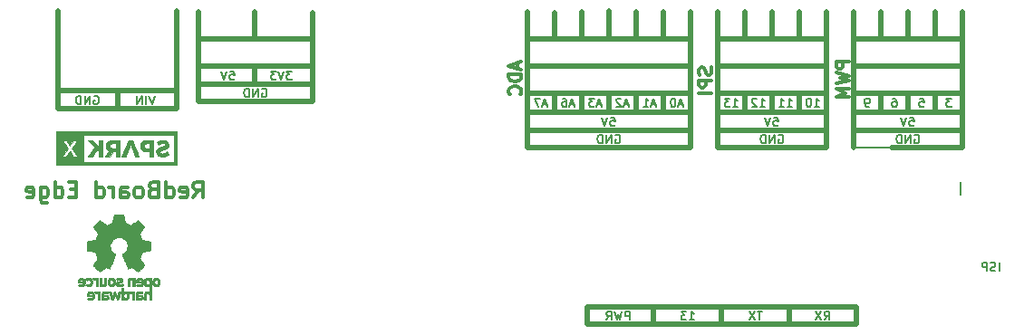
<source format=gbo>
G04 #@! TF.FileFunction,Legend,Bot*
%FSLAX46Y46*%
G04 Gerber Fmt 4.6, Leading zero omitted, Abs format (unit mm)*
G04 Created by KiCad (PCBNEW 4.0.6) date 08/03/17 16:45:26*
%MOMM*%
%LPD*%
G01*
G04 APERTURE LIST*
%ADD10C,0.100000*%
%ADD11C,0.508000*%
%ADD12C,0.300000*%
%ADD13C,0.200000*%
%ADD14C,0.010000*%
G04 APERTURE END LIST*
D10*
D11*
X177673000Y-108394500D02*
X177673000Y-106997500D01*
X171323000Y-108394500D02*
X171323000Y-106934000D01*
X164973000Y-108394500D02*
X164973000Y-106997500D01*
X183896000Y-106870500D02*
X158750000Y-106870500D01*
X183896000Y-108458000D02*
X183896000Y-106870500D01*
X158750000Y-108458000D02*
X183896000Y-108458000D01*
X158750000Y-106870500D02*
X158750000Y-108458000D01*
X191262000Y-86931500D02*
X191262000Y-88519000D01*
X188722000Y-86868000D02*
X188722000Y-88646000D01*
X186182000Y-86931500D02*
X186182000Y-88519000D01*
X193675000Y-90297000D02*
X183705500Y-90297000D01*
X183642000Y-88646000D02*
X193675000Y-88646000D01*
X193802000Y-86868000D02*
X183769000Y-86868000D01*
X183769000Y-84328000D02*
X193611500Y-84328000D01*
X193675000Y-81788000D02*
X183769000Y-81788000D01*
X191262000Y-79248000D02*
X191262000Y-81724500D01*
X188722000Y-79248000D02*
X188722000Y-81724500D01*
X186182000Y-79248000D02*
X186182000Y-81788000D01*
X183642000Y-91948000D02*
X183642000Y-79248000D01*
X193802000Y-91948000D02*
X187198000Y-91948000D01*
X193802000Y-79248000D02*
X193802000Y-91948000D01*
X173482000Y-86995000D02*
X173482000Y-88519000D01*
X176022000Y-86995000D02*
X176022000Y-88455500D01*
X178562000Y-86995000D02*
X178562000Y-88582500D01*
X173482000Y-79248000D02*
X173482000Y-81661000D01*
X178562000Y-79248000D02*
X178562000Y-81724500D01*
X176022000Y-79248000D02*
X176022000Y-81661000D01*
X170942000Y-90297000D02*
X181038500Y-90297000D01*
X181038500Y-88646000D02*
X171069000Y-88646000D01*
X170942000Y-86868000D02*
X180975000Y-86868000D01*
X181038500Y-84328000D02*
X171069000Y-84328000D01*
X170942000Y-81788000D02*
X180975000Y-81788000D01*
X170942000Y-91948000D02*
X170942000Y-79248000D01*
X181102000Y-91948000D02*
X170942000Y-91948000D01*
X181102000Y-79248000D02*
X181102000Y-91948000D01*
X165862000Y-79248000D02*
X165862000Y-81724500D01*
X163322000Y-79248000D02*
X163322000Y-81661000D01*
X160782000Y-79121000D02*
X160782000Y-81661000D01*
X158242000Y-79248000D02*
X158242000Y-81788000D01*
X155702000Y-79311500D02*
X155702000Y-81661000D01*
X155702000Y-88646000D02*
X155702000Y-87058500D01*
X158242000Y-86931500D02*
X158242000Y-88519000D01*
X165862000Y-86931500D02*
X165862000Y-88582500D01*
X163322000Y-86931500D02*
X163322000Y-88519000D01*
X160782000Y-88582500D02*
X160782000Y-87058500D01*
X153162000Y-90297000D02*
X168275000Y-90297000D01*
X168338500Y-88646000D02*
X153289000Y-88646000D01*
X153162000Y-86868000D02*
X168275000Y-86868000D01*
X168275000Y-84328000D02*
X153289000Y-84328000D01*
X153225500Y-81788000D02*
X168338500Y-81788000D01*
X153162000Y-91948000D02*
X153162000Y-79248000D01*
X168402000Y-91948000D02*
X153162000Y-91948000D01*
X168402000Y-79248000D02*
X168402000Y-91948000D01*
X109347000Y-86677500D02*
X109347000Y-79184500D01*
X120396000Y-86677500D02*
X120396000Y-79184500D01*
X127698500Y-84391500D02*
X127698500Y-85915500D01*
X122555000Y-86042500D02*
X132969000Y-86042500D01*
X132969000Y-84328000D02*
X122618500Y-84328000D01*
X122555000Y-81788000D02*
X132905500Y-81788000D01*
X127698500Y-79248000D02*
X127698500Y-81788000D01*
X133096000Y-87630000D02*
X133096000Y-79311500D01*
X122428000Y-87630000D02*
X133096000Y-87630000D01*
X122428000Y-79248000D02*
X122428000Y-87630000D01*
X114871500Y-88265000D02*
X114871500Y-86677500D01*
X109347000Y-88265000D02*
X109347000Y-86614000D01*
X120396000Y-88265000D02*
X109347000Y-88265000D01*
X120396000Y-86614000D02*
X120396000Y-88265000D01*
X109347000Y-86614000D02*
X120396000Y-86614000D01*
D12*
X152282500Y-83985286D02*
X152282500Y-84556715D01*
X152625357Y-83871001D02*
X151425357Y-84271001D01*
X152625357Y-84671001D01*
X152625357Y-85071000D02*
X151425357Y-85071000D01*
X151425357Y-85356715D01*
X151482500Y-85528143D01*
X151596786Y-85642429D01*
X151711071Y-85699572D01*
X151939643Y-85756715D01*
X152111071Y-85756715D01*
X152339643Y-85699572D01*
X152453929Y-85642429D01*
X152568214Y-85528143D01*
X152625357Y-85356715D01*
X152625357Y-85071000D01*
X152511071Y-86956715D02*
X152568214Y-86899572D01*
X152625357Y-86728143D01*
X152625357Y-86613857D01*
X152568214Y-86442429D01*
X152453929Y-86328143D01*
X152339643Y-86271000D01*
X152111071Y-86213857D01*
X151939643Y-86213857D01*
X151711071Y-86271000D01*
X151596786Y-86328143D01*
X151482500Y-86442429D01*
X151425357Y-86613857D01*
X151425357Y-86728143D01*
X151482500Y-86899572D01*
X151539643Y-86956715D01*
X170348214Y-84432928D02*
X170405357Y-84604357D01*
X170405357Y-84890071D01*
X170348214Y-85004357D01*
X170291071Y-85061500D01*
X170176786Y-85118643D01*
X170062500Y-85118643D01*
X169948214Y-85061500D01*
X169891071Y-85004357D01*
X169833929Y-84890071D01*
X169776786Y-84661500D01*
X169719643Y-84547214D01*
X169662500Y-84490071D01*
X169548214Y-84432928D01*
X169433929Y-84432928D01*
X169319643Y-84490071D01*
X169262500Y-84547214D01*
X169205357Y-84661500D01*
X169205357Y-84947214D01*
X169262500Y-85118643D01*
X170405357Y-85632928D02*
X169205357Y-85632928D01*
X169205357Y-86090071D01*
X169262500Y-86204357D01*
X169319643Y-86261500D01*
X169433929Y-86318643D01*
X169605357Y-86318643D01*
X169719643Y-86261500D01*
X169776786Y-86204357D01*
X169833929Y-86090071D01*
X169833929Y-85632928D01*
X170405357Y-86832928D02*
X169205357Y-86832928D01*
X183232357Y-83848785D02*
X182032357Y-83848785D01*
X182032357Y-84305928D01*
X182089500Y-84420214D01*
X182146643Y-84477357D01*
X182260929Y-84534500D01*
X182432357Y-84534500D01*
X182546643Y-84477357D01*
X182603786Y-84420214D01*
X182660929Y-84305928D01*
X182660929Y-83848785D01*
X182032357Y-84934500D02*
X183232357Y-85220214D01*
X182375214Y-85448785D01*
X183232357Y-85677357D01*
X182032357Y-85963071D01*
X183232357Y-86420214D02*
X182032357Y-86420214D01*
X182889500Y-86820214D01*
X182032357Y-87220214D01*
X183232357Y-87220214D01*
D13*
X193675000Y-95186500D02*
X193675000Y-96329500D01*
X197249952Y-103485905D02*
X197249952Y-102685905D01*
X196907095Y-103447810D02*
X196792809Y-103485905D01*
X196602333Y-103485905D01*
X196526143Y-103447810D01*
X196488047Y-103409714D01*
X196449952Y-103333524D01*
X196449952Y-103257333D01*
X196488047Y-103181143D01*
X196526143Y-103143048D01*
X196602333Y-103104952D01*
X196754714Y-103066857D01*
X196830905Y-103028762D01*
X196869000Y-102990667D01*
X196907095Y-102914476D01*
X196907095Y-102838286D01*
X196869000Y-102762095D01*
X196830905Y-102724000D01*
X196754714Y-102685905D01*
X196564238Y-102685905D01*
X196449952Y-102724000D01*
X196107095Y-103485905D02*
X196107095Y-102685905D01*
X195802333Y-102685905D01*
X195726142Y-102724000D01*
X195688047Y-102762095D01*
X195649952Y-102838286D01*
X195649952Y-102952571D01*
X195688047Y-103028762D01*
X195726142Y-103066857D01*
X195802333Y-103104952D01*
X196107095Y-103104952D01*
D12*
X121974642Y-96627071D02*
X122474642Y-95912786D01*
X122831785Y-96627071D02*
X122831785Y-95127071D01*
X122260357Y-95127071D01*
X122117499Y-95198500D01*
X122046071Y-95269929D01*
X121974642Y-95412786D01*
X121974642Y-95627071D01*
X122046071Y-95769929D01*
X122117499Y-95841357D01*
X122260357Y-95912786D01*
X122831785Y-95912786D01*
X120760357Y-96555643D02*
X120903214Y-96627071D01*
X121188928Y-96627071D01*
X121331785Y-96555643D01*
X121403214Y-96412786D01*
X121403214Y-95841357D01*
X121331785Y-95698500D01*
X121188928Y-95627071D01*
X120903214Y-95627071D01*
X120760357Y-95698500D01*
X120688928Y-95841357D01*
X120688928Y-95984214D01*
X121403214Y-96127071D01*
X119403214Y-96627071D02*
X119403214Y-95127071D01*
X119403214Y-96555643D02*
X119546071Y-96627071D01*
X119831785Y-96627071D01*
X119974643Y-96555643D01*
X120046071Y-96484214D01*
X120117500Y-96341357D01*
X120117500Y-95912786D01*
X120046071Y-95769929D01*
X119974643Y-95698500D01*
X119831785Y-95627071D01*
X119546071Y-95627071D01*
X119403214Y-95698500D01*
X118188928Y-95841357D02*
X117974642Y-95912786D01*
X117903214Y-95984214D01*
X117831785Y-96127071D01*
X117831785Y-96341357D01*
X117903214Y-96484214D01*
X117974642Y-96555643D01*
X118117500Y-96627071D01*
X118688928Y-96627071D01*
X118688928Y-95127071D01*
X118188928Y-95127071D01*
X118046071Y-95198500D01*
X117974642Y-95269929D01*
X117903214Y-95412786D01*
X117903214Y-95555643D01*
X117974642Y-95698500D01*
X118046071Y-95769929D01*
X118188928Y-95841357D01*
X118688928Y-95841357D01*
X116974642Y-96627071D02*
X117117500Y-96555643D01*
X117188928Y-96484214D01*
X117260357Y-96341357D01*
X117260357Y-95912786D01*
X117188928Y-95769929D01*
X117117500Y-95698500D01*
X116974642Y-95627071D01*
X116760357Y-95627071D01*
X116617500Y-95698500D01*
X116546071Y-95769929D01*
X116474642Y-95912786D01*
X116474642Y-96341357D01*
X116546071Y-96484214D01*
X116617500Y-96555643D01*
X116760357Y-96627071D01*
X116974642Y-96627071D01*
X115188928Y-96627071D02*
X115188928Y-95841357D01*
X115260357Y-95698500D01*
X115403214Y-95627071D01*
X115688928Y-95627071D01*
X115831785Y-95698500D01*
X115188928Y-96555643D02*
X115331785Y-96627071D01*
X115688928Y-96627071D01*
X115831785Y-96555643D01*
X115903214Y-96412786D01*
X115903214Y-96269929D01*
X115831785Y-96127071D01*
X115688928Y-96055643D01*
X115331785Y-96055643D01*
X115188928Y-95984214D01*
X114474642Y-96627071D02*
X114474642Y-95627071D01*
X114474642Y-95912786D02*
X114403214Y-95769929D01*
X114331785Y-95698500D01*
X114188928Y-95627071D01*
X114046071Y-95627071D01*
X112903214Y-96627071D02*
X112903214Y-95127071D01*
X112903214Y-96555643D02*
X113046071Y-96627071D01*
X113331785Y-96627071D01*
X113474643Y-96555643D01*
X113546071Y-96484214D01*
X113617500Y-96341357D01*
X113617500Y-95912786D01*
X113546071Y-95769929D01*
X113474643Y-95698500D01*
X113331785Y-95627071D01*
X113046071Y-95627071D01*
X112903214Y-95698500D01*
X111046071Y-95841357D02*
X110546071Y-95841357D01*
X110331785Y-96627071D02*
X111046071Y-96627071D01*
X111046071Y-95127071D01*
X110331785Y-95127071D01*
X109046071Y-96627071D02*
X109046071Y-95127071D01*
X109046071Y-96555643D02*
X109188928Y-96627071D01*
X109474642Y-96627071D01*
X109617500Y-96555643D01*
X109688928Y-96484214D01*
X109760357Y-96341357D01*
X109760357Y-95912786D01*
X109688928Y-95769929D01*
X109617500Y-95698500D01*
X109474642Y-95627071D01*
X109188928Y-95627071D01*
X109046071Y-95698500D01*
X107688928Y-95627071D02*
X107688928Y-96841357D01*
X107760357Y-96984214D01*
X107831785Y-97055643D01*
X107974642Y-97127071D01*
X108188928Y-97127071D01*
X108331785Y-97055643D01*
X107688928Y-96555643D02*
X107831785Y-96627071D01*
X108117499Y-96627071D01*
X108260357Y-96555643D01*
X108331785Y-96484214D01*
X108403214Y-96341357D01*
X108403214Y-95912786D01*
X108331785Y-95769929D01*
X108260357Y-95698500D01*
X108117499Y-95627071D01*
X107831785Y-95627071D01*
X107688928Y-95698500D01*
X106403214Y-96555643D02*
X106546071Y-96627071D01*
X106831785Y-96627071D01*
X106974642Y-96555643D01*
X107046071Y-96412786D01*
X107046071Y-95841357D01*
X106974642Y-95698500D01*
X106831785Y-95627071D01*
X106546071Y-95627071D01*
X106403214Y-95698500D01*
X106331785Y-95841357D01*
X106331785Y-95984214D01*
X107046071Y-96127071D01*
D13*
X180917833Y-108057905D02*
X181184500Y-107676952D01*
X181374976Y-108057905D02*
X181374976Y-107257905D01*
X181070214Y-107257905D01*
X180994023Y-107296000D01*
X180955928Y-107334095D01*
X180917833Y-107410286D01*
X180917833Y-107524571D01*
X180955928Y-107600762D01*
X180994023Y-107638857D01*
X181070214Y-107676952D01*
X181374976Y-107676952D01*
X180651166Y-107257905D02*
X180117833Y-108057905D01*
X180117833Y-107257905D02*
X180651166Y-108057905D01*
X175107524Y-107257905D02*
X174650381Y-107257905D01*
X174878952Y-108057905D02*
X174878952Y-107257905D01*
X174459904Y-107257905D02*
X173926571Y-108057905D01*
X173926571Y-107257905D02*
X174459904Y-108057905D01*
X168300381Y-108057905D02*
X168757524Y-108057905D01*
X168528953Y-108057905D02*
X168528953Y-107257905D01*
X168605143Y-107372190D01*
X168681334Y-107448381D01*
X168757524Y-107486476D01*
X168033714Y-107257905D02*
X167538476Y-107257905D01*
X167805143Y-107562667D01*
X167690857Y-107562667D01*
X167614667Y-107600762D01*
X167576571Y-107638857D01*
X167538476Y-107715048D01*
X167538476Y-107905524D01*
X167576571Y-107981714D01*
X167614667Y-108019810D01*
X167690857Y-108057905D01*
X167919429Y-108057905D01*
X167995619Y-108019810D01*
X168033714Y-107981714D01*
X162737667Y-108057905D02*
X162737667Y-107257905D01*
X162432905Y-107257905D01*
X162356714Y-107296000D01*
X162318619Y-107334095D01*
X162280524Y-107410286D01*
X162280524Y-107524571D01*
X162318619Y-107600762D01*
X162356714Y-107638857D01*
X162432905Y-107676952D01*
X162737667Y-107676952D01*
X162013857Y-107257905D02*
X161823381Y-108057905D01*
X161671000Y-107486476D01*
X161518619Y-108057905D01*
X161328143Y-107257905D01*
X160566238Y-108057905D02*
X160832905Y-107676952D01*
X161023381Y-108057905D02*
X161023381Y-107257905D01*
X160718619Y-107257905D01*
X160642428Y-107296000D01*
X160604333Y-107334095D01*
X160566238Y-107410286D01*
X160566238Y-107524571D01*
X160604333Y-107600762D01*
X160642428Y-107638857D01*
X160718619Y-107676952D01*
X161023381Y-107676952D01*
X192798666Y-87318905D02*
X192303428Y-87318905D01*
X192570095Y-87623667D01*
X192455809Y-87623667D01*
X192379619Y-87661762D01*
X192341523Y-87699857D01*
X192303428Y-87776048D01*
X192303428Y-87966524D01*
X192341523Y-88042714D01*
X192379619Y-88080810D01*
X192455809Y-88118905D01*
X192684381Y-88118905D01*
X192760571Y-88080810D01*
X192798666Y-88042714D01*
X189801523Y-87318905D02*
X190182476Y-87318905D01*
X190220571Y-87699857D01*
X190182476Y-87661762D01*
X190106285Y-87623667D01*
X189915809Y-87623667D01*
X189839619Y-87661762D01*
X189801523Y-87699857D01*
X189763428Y-87776048D01*
X189763428Y-87966524D01*
X189801523Y-88042714D01*
X189839619Y-88080810D01*
X189915809Y-88118905D01*
X190106285Y-88118905D01*
X190182476Y-88080810D01*
X190220571Y-88042714D01*
X187299619Y-87318905D02*
X187452000Y-87318905D01*
X187528190Y-87357000D01*
X187566285Y-87395095D01*
X187642476Y-87509381D01*
X187680571Y-87661762D01*
X187680571Y-87966524D01*
X187642476Y-88042714D01*
X187604381Y-88080810D01*
X187528190Y-88118905D01*
X187375809Y-88118905D01*
X187299619Y-88080810D01*
X187261523Y-88042714D01*
X187223428Y-87966524D01*
X187223428Y-87776048D01*
X187261523Y-87699857D01*
X187299619Y-87661762D01*
X187375809Y-87623667D01*
X187528190Y-87623667D01*
X187604381Y-87661762D01*
X187642476Y-87699857D01*
X187680571Y-87776048D01*
X185064381Y-88118905D02*
X184912000Y-88118905D01*
X184835809Y-88080810D01*
X184797714Y-88042714D01*
X184721523Y-87928429D01*
X184683428Y-87776048D01*
X184683428Y-87471286D01*
X184721523Y-87395095D01*
X184759619Y-87357000D01*
X184835809Y-87318905D01*
X184988190Y-87318905D01*
X185064381Y-87357000D01*
X185102476Y-87395095D01*
X185140571Y-87471286D01*
X185140571Y-87661762D01*
X185102476Y-87737952D01*
X185064381Y-87776048D01*
X184988190Y-87814143D01*
X184835809Y-87814143D01*
X184759619Y-87776048D01*
X184721523Y-87737952D01*
X184683428Y-87661762D01*
X188874380Y-89096905D02*
X189255333Y-89096905D01*
X189293428Y-89477857D01*
X189255333Y-89439762D01*
X189179142Y-89401667D01*
X188988666Y-89401667D01*
X188912476Y-89439762D01*
X188874380Y-89477857D01*
X188836285Y-89554048D01*
X188836285Y-89744524D01*
X188874380Y-89820714D01*
X188912476Y-89858810D01*
X188988666Y-89896905D01*
X189179142Y-89896905D01*
X189255333Y-89858810D01*
X189293428Y-89820714D01*
X188607714Y-89096905D02*
X188341047Y-89896905D01*
X188074380Y-89096905D01*
X189331523Y-90786000D02*
X189407714Y-90747905D01*
X189521999Y-90747905D01*
X189636285Y-90786000D01*
X189712476Y-90862190D01*
X189750571Y-90938381D01*
X189788666Y-91090762D01*
X189788666Y-91205048D01*
X189750571Y-91357429D01*
X189712476Y-91433619D01*
X189636285Y-91509810D01*
X189521999Y-91547905D01*
X189445809Y-91547905D01*
X189331523Y-91509810D01*
X189293428Y-91471714D01*
X189293428Y-91205048D01*
X189445809Y-91205048D01*
X188950571Y-91547905D02*
X188950571Y-90747905D01*
X188493428Y-91547905D01*
X188493428Y-90747905D01*
X188112476Y-91547905D02*
X188112476Y-90747905D01*
X187922000Y-90747905D01*
X187807714Y-90786000D01*
X187731523Y-90862190D01*
X187693428Y-90938381D01*
X187655333Y-91090762D01*
X187655333Y-91205048D01*
X187693428Y-91357429D01*
X187731523Y-91433619D01*
X187807714Y-91509810D01*
X187922000Y-91547905D01*
X188112476Y-91547905D01*
X179984381Y-88118905D02*
X180441524Y-88118905D01*
X180212953Y-88118905D02*
X180212953Y-87318905D01*
X180289143Y-87433190D01*
X180365334Y-87509381D01*
X180441524Y-87547476D01*
X179489143Y-87318905D02*
X179412952Y-87318905D01*
X179336762Y-87357000D01*
X179298667Y-87395095D01*
X179260571Y-87471286D01*
X179222476Y-87623667D01*
X179222476Y-87814143D01*
X179260571Y-87966524D01*
X179298667Y-88042714D01*
X179336762Y-88080810D01*
X179412952Y-88118905D01*
X179489143Y-88118905D01*
X179565333Y-88080810D01*
X179603429Y-88042714D01*
X179641524Y-87966524D01*
X179679619Y-87814143D01*
X179679619Y-87623667D01*
X179641524Y-87471286D01*
X179603429Y-87395095D01*
X179565333Y-87357000D01*
X179489143Y-87318905D01*
X177444381Y-88118905D02*
X177901524Y-88118905D01*
X177672953Y-88118905D02*
X177672953Y-87318905D01*
X177749143Y-87433190D01*
X177825334Y-87509381D01*
X177901524Y-87547476D01*
X176682476Y-88118905D02*
X177139619Y-88118905D01*
X176911048Y-88118905D02*
X176911048Y-87318905D01*
X176987238Y-87433190D01*
X177063429Y-87509381D01*
X177139619Y-87547476D01*
X174904381Y-88118905D02*
X175361524Y-88118905D01*
X175132953Y-88118905D02*
X175132953Y-87318905D01*
X175209143Y-87433190D01*
X175285334Y-87509381D01*
X175361524Y-87547476D01*
X174599619Y-87395095D02*
X174561524Y-87357000D01*
X174485333Y-87318905D01*
X174294857Y-87318905D01*
X174218667Y-87357000D01*
X174180571Y-87395095D01*
X174142476Y-87471286D01*
X174142476Y-87547476D01*
X174180571Y-87661762D01*
X174637714Y-88118905D01*
X174142476Y-88118905D01*
X172364381Y-88118905D02*
X172821524Y-88118905D01*
X172592953Y-88118905D02*
X172592953Y-87318905D01*
X172669143Y-87433190D01*
X172745334Y-87509381D01*
X172821524Y-87547476D01*
X172097714Y-87318905D02*
X171602476Y-87318905D01*
X171869143Y-87623667D01*
X171754857Y-87623667D01*
X171678667Y-87661762D01*
X171640571Y-87699857D01*
X171602476Y-87776048D01*
X171602476Y-87966524D01*
X171640571Y-88042714D01*
X171678667Y-88080810D01*
X171754857Y-88118905D01*
X171983429Y-88118905D01*
X172059619Y-88080810D01*
X172097714Y-88042714D01*
X176174380Y-89096905D02*
X176555333Y-89096905D01*
X176593428Y-89477857D01*
X176555333Y-89439762D01*
X176479142Y-89401667D01*
X176288666Y-89401667D01*
X176212476Y-89439762D01*
X176174380Y-89477857D01*
X176136285Y-89554048D01*
X176136285Y-89744524D01*
X176174380Y-89820714D01*
X176212476Y-89858810D01*
X176288666Y-89896905D01*
X176479142Y-89896905D01*
X176555333Y-89858810D01*
X176593428Y-89820714D01*
X175907714Y-89096905D02*
X175641047Y-89896905D01*
X175374380Y-89096905D01*
X176631523Y-90786000D02*
X176707714Y-90747905D01*
X176821999Y-90747905D01*
X176936285Y-90786000D01*
X177012476Y-90862190D01*
X177050571Y-90938381D01*
X177088666Y-91090762D01*
X177088666Y-91205048D01*
X177050571Y-91357429D01*
X177012476Y-91433619D01*
X176936285Y-91509810D01*
X176821999Y-91547905D01*
X176745809Y-91547905D01*
X176631523Y-91509810D01*
X176593428Y-91471714D01*
X176593428Y-91205048D01*
X176745809Y-91205048D01*
X176250571Y-91547905D02*
X176250571Y-90747905D01*
X175793428Y-91547905D01*
X175793428Y-90747905D01*
X175412476Y-91547905D02*
X175412476Y-90747905D01*
X175222000Y-90747905D01*
X175107714Y-90786000D01*
X175031523Y-90862190D01*
X174993428Y-90938381D01*
X174955333Y-91090762D01*
X174955333Y-91205048D01*
X174993428Y-91357429D01*
X175031523Y-91433619D01*
X175107714Y-91509810D01*
X175222000Y-91547905D01*
X175412476Y-91547905D01*
X161391523Y-90786000D02*
X161467714Y-90747905D01*
X161581999Y-90747905D01*
X161696285Y-90786000D01*
X161772476Y-90862190D01*
X161810571Y-90938381D01*
X161848666Y-91090762D01*
X161848666Y-91205048D01*
X161810571Y-91357429D01*
X161772476Y-91433619D01*
X161696285Y-91509810D01*
X161581999Y-91547905D01*
X161505809Y-91547905D01*
X161391523Y-91509810D01*
X161353428Y-91471714D01*
X161353428Y-91205048D01*
X161505809Y-91205048D01*
X161010571Y-91547905D02*
X161010571Y-90747905D01*
X160553428Y-91547905D01*
X160553428Y-90747905D01*
X160172476Y-91547905D02*
X160172476Y-90747905D01*
X159982000Y-90747905D01*
X159867714Y-90786000D01*
X159791523Y-90862190D01*
X159753428Y-90938381D01*
X159715333Y-91090762D01*
X159715333Y-91205048D01*
X159753428Y-91357429D01*
X159791523Y-91433619D01*
X159867714Y-91509810D01*
X159982000Y-91547905D01*
X160172476Y-91547905D01*
X160934380Y-89096905D02*
X161315333Y-89096905D01*
X161353428Y-89477857D01*
X161315333Y-89439762D01*
X161239142Y-89401667D01*
X161048666Y-89401667D01*
X160972476Y-89439762D01*
X160934380Y-89477857D01*
X160896285Y-89554048D01*
X160896285Y-89744524D01*
X160934380Y-89820714D01*
X160972476Y-89858810D01*
X161048666Y-89896905D01*
X161239142Y-89896905D01*
X161315333Y-89858810D01*
X161353428Y-89820714D01*
X160667714Y-89096905D02*
X160401047Y-89896905D01*
X160134380Y-89096905D01*
X167703428Y-87890333D02*
X167322476Y-87890333D01*
X167779619Y-88118905D02*
X167512952Y-87318905D01*
X167246285Y-88118905D01*
X166827238Y-87318905D02*
X166751047Y-87318905D01*
X166674857Y-87357000D01*
X166636762Y-87395095D01*
X166598666Y-87471286D01*
X166560571Y-87623667D01*
X166560571Y-87814143D01*
X166598666Y-87966524D01*
X166636762Y-88042714D01*
X166674857Y-88080810D01*
X166751047Y-88118905D01*
X166827238Y-88118905D01*
X166903428Y-88080810D01*
X166941524Y-88042714D01*
X166979619Y-87966524D01*
X167017714Y-87814143D01*
X167017714Y-87623667D01*
X166979619Y-87471286D01*
X166941524Y-87395095D01*
X166903428Y-87357000D01*
X166827238Y-87318905D01*
X165163428Y-87890333D02*
X164782476Y-87890333D01*
X165239619Y-88118905D02*
X164972952Y-87318905D01*
X164706285Y-88118905D01*
X164020571Y-88118905D02*
X164477714Y-88118905D01*
X164249143Y-88118905D02*
X164249143Y-87318905D01*
X164325333Y-87433190D01*
X164401524Y-87509381D01*
X164477714Y-87547476D01*
X162623428Y-87890333D02*
X162242476Y-87890333D01*
X162699619Y-88118905D02*
X162432952Y-87318905D01*
X162166285Y-88118905D01*
X161937714Y-87395095D02*
X161899619Y-87357000D01*
X161823428Y-87318905D01*
X161632952Y-87318905D01*
X161556762Y-87357000D01*
X161518666Y-87395095D01*
X161480571Y-87471286D01*
X161480571Y-87547476D01*
X161518666Y-87661762D01*
X161975809Y-88118905D01*
X161480571Y-88118905D01*
X160083428Y-87890333D02*
X159702476Y-87890333D01*
X160159619Y-88118905D02*
X159892952Y-87318905D01*
X159626285Y-88118905D01*
X159435809Y-87318905D02*
X158940571Y-87318905D01*
X159207238Y-87623667D01*
X159092952Y-87623667D01*
X159016762Y-87661762D01*
X158978666Y-87699857D01*
X158940571Y-87776048D01*
X158940571Y-87966524D01*
X158978666Y-88042714D01*
X159016762Y-88080810D01*
X159092952Y-88118905D01*
X159321524Y-88118905D01*
X159397714Y-88080810D01*
X159435809Y-88042714D01*
X157543428Y-87890333D02*
X157162476Y-87890333D01*
X157619619Y-88118905D02*
X157352952Y-87318905D01*
X157086285Y-88118905D01*
X156476762Y-87318905D02*
X156629143Y-87318905D01*
X156705333Y-87357000D01*
X156743428Y-87395095D01*
X156819619Y-87509381D01*
X156857714Y-87661762D01*
X156857714Y-87966524D01*
X156819619Y-88042714D01*
X156781524Y-88080810D01*
X156705333Y-88118905D01*
X156552952Y-88118905D01*
X156476762Y-88080810D01*
X156438666Y-88042714D01*
X156400571Y-87966524D01*
X156400571Y-87776048D01*
X156438666Y-87699857D01*
X156476762Y-87661762D01*
X156552952Y-87623667D01*
X156705333Y-87623667D01*
X156781524Y-87661762D01*
X156819619Y-87699857D01*
X156857714Y-87776048D01*
X155003428Y-87890333D02*
X154622476Y-87890333D01*
X155079619Y-88118905D02*
X154812952Y-87318905D01*
X154546285Y-88118905D01*
X154355809Y-87318905D02*
X153822476Y-87318905D01*
X154165333Y-88118905D01*
X131165476Y-84778905D02*
X130670238Y-84778905D01*
X130936905Y-85083667D01*
X130822619Y-85083667D01*
X130746429Y-85121762D01*
X130708333Y-85159857D01*
X130670238Y-85236048D01*
X130670238Y-85426524D01*
X130708333Y-85502714D01*
X130746429Y-85540810D01*
X130822619Y-85578905D01*
X131051191Y-85578905D01*
X131127381Y-85540810D01*
X131165476Y-85502714D01*
X130441667Y-84778905D02*
X130175000Y-85578905D01*
X129908333Y-84778905D01*
X129717857Y-84778905D02*
X129222619Y-84778905D01*
X129489286Y-85083667D01*
X129375000Y-85083667D01*
X129298810Y-85121762D01*
X129260714Y-85159857D01*
X129222619Y-85236048D01*
X129222619Y-85426524D01*
X129260714Y-85502714D01*
X129298810Y-85540810D01*
X129375000Y-85578905D01*
X129603572Y-85578905D01*
X129679762Y-85540810D01*
X129717857Y-85502714D01*
X128371523Y-86468000D02*
X128447714Y-86429905D01*
X128561999Y-86429905D01*
X128676285Y-86468000D01*
X128752476Y-86544190D01*
X128790571Y-86620381D01*
X128828666Y-86772762D01*
X128828666Y-86887048D01*
X128790571Y-87039429D01*
X128752476Y-87115619D01*
X128676285Y-87191810D01*
X128561999Y-87229905D01*
X128485809Y-87229905D01*
X128371523Y-87191810D01*
X128333428Y-87153714D01*
X128333428Y-86887048D01*
X128485809Y-86887048D01*
X127990571Y-87229905D02*
X127990571Y-86429905D01*
X127533428Y-87229905D01*
X127533428Y-86429905D01*
X127152476Y-87229905D02*
X127152476Y-86429905D01*
X126962000Y-86429905D01*
X126847714Y-86468000D01*
X126771523Y-86544190D01*
X126733428Y-86620381D01*
X126695333Y-86772762D01*
X126695333Y-86887048D01*
X126733428Y-87039429D01*
X126771523Y-87115619D01*
X126847714Y-87191810D01*
X126962000Y-87229905D01*
X127152476Y-87229905D01*
X125374380Y-84778905D02*
X125755333Y-84778905D01*
X125793428Y-85159857D01*
X125755333Y-85121762D01*
X125679142Y-85083667D01*
X125488666Y-85083667D01*
X125412476Y-85121762D01*
X125374380Y-85159857D01*
X125336285Y-85236048D01*
X125336285Y-85426524D01*
X125374380Y-85502714D01*
X125412476Y-85540810D01*
X125488666Y-85578905D01*
X125679142Y-85578905D01*
X125755333Y-85540810D01*
X125793428Y-85502714D01*
X125107714Y-84778905D02*
X124841047Y-85578905D01*
X124574380Y-84778905D01*
X118351190Y-87064905D02*
X118084523Y-87864905D01*
X117817856Y-87064905D01*
X117551190Y-87864905D02*
X117551190Y-87064905D01*
X117170238Y-87864905D02*
X117170238Y-87064905D01*
X116713095Y-87864905D01*
X116713095Y-87064905D01*
X112687023Y-87103000D02*
X112763214Y-87064905D01*
X112877499Y-87064905D01*
X112991785Y-87103000D01*
X113067976Y-87179190D01*
X113106071Y-87255381D01*
X113144166Y-87407762D01*
X113144166Y-87522048D01*
X113106071Y-87674429D01*
X113067976Y-87750619D01*
X112991785Y-87826810D01*
X112877499Y-87864905D01*
X112801309Y-87864905D01*
X112687023Y-87826810D01*
X112648928Y-87788714D01*
X112648928Y-87522048D01*
X112801309Y-87522048D01*
X112306071Y-87864905D02*
X112306071Y-87064905D01*
X111848928Y-87864905D01*
X111848928Y-87064905D01*
X111467976Y-87864905D02*
X111467976Y-87064905D01*
X111277500Y-87064905D01*
X111163214Y-87103000D01*
X111087023Y-87179190D01*
X111048928Y-87255381D01*
X111010833Y-87407762D01*
X111010833Y-87522048D01*
X111048928Y-87674429D01*
X111087023Y-87750619D01*
X111163214Y-87826810D01*
X111277500Y-87864905D01*
X111467976Y-87864905D01*
X114871500Y-86614000D02*
X114871500Y-88265000D01*
X109347000Y-86614000D02*
X120396000Y-86614000D01*
X109347000Y-88265000D02*
X109347000Y-86614000D01*
X120396000Y-88265000D02*
X109347000Y-88265000D01*
X120396000Y-86614000D02*
X120396000Y-88265000D01*
X177673000Y-106870500D02*
X177673000Y-108458000D01*
X171323000Y-106934000D02*
X171323000Y-108394500D01*
X164973000Y-106870500D02*
X164973000Y-108458000D01*
X183896000Y-106870500D02*
X158750000Y-106870500D01*
X183896000Y-108458000D02*
X183896000Y-106870500D01*
X158750000Y-108458000D02*
X183896000Y-108458000D01*
X158750000Y-108394500D02*
X158750000Y-108458000D01*
X158750000Y-106934000D02*
X158750000Y-108394500D01*
X191262000Y-86931500D02*
X191262000Y-88519000D01*
X188722000Y-86868000D02*
X188722000Y-88646000D01*
X186182000Y-86931500D02*
X186182000Y-88646000D01*
X193802000Y-90297000D02*
X183705500Y-90297000D01*
X183642000Y-88646000D02*
X193802000Y-88646000D01*
X193738500Y-86868000D02*
X183642000Y-86868000D01*
X183642000Y-84328000D02*
X193738500Y-84328000D01*
X193802000Y-81788000D02*
X183642000Y-81788000D01*
X191262000Y-79248000D02*
X191262000Y-81788000D01*
X188722000Y-79248000D02*
X188722000Y-81724500D01*
X186182000Y-79248000D02*
X186182000Y-81724500D01*
X183642000Y-91948000D02*
X183642000Y-79248000D01*
X193802000Y-91948000D02*
X183642000Y-91948000D01*
X193802000Y-79248000D02*
X193802000Y-91948000D01*
X173482000Y-86931500D02*
X173482000Y-88582500D01*
X176022000Y-86931500D02*
X176022000Y-88582500D01*
X178562000Y-86931500D02*
X178562000Y-88582500D01*
X171005500Y-90297000D02*
X181038500Y-90297000D01*
X170942000Y-88646000D02*
X181038500Y-88646000D01*
X181102000Y-86868000D02*
X170942000Y-86868000D01*
X170942000Y-84328000D02*
X181102000Y-84328000D01*
X181102000Y-81788000D02*
X170942000Y-81788000D01*
X178562000Y-79248000D02*
X178562000Y-81788000D01*
X176022000Y-79248000D02*
X176022000Y-81788000D01*
X173482000Y-79248000D02*
X173482000Y-81788000D01*
X181102000Y-91948000D02*
X181102000Y-79248000D01*
X170942000Y-91948000D02*
X181102000Y-91948000D01*
X170942000Y-79248000D02*
X170942000Y-91948000D01*
X165862000Y-86931500D02*
X165862000Y-88582500D01*
X163322000Y-88582500D02*
X163322000Y-86931500D01*
X160782000Y-86868000D02*
X160782000Y-88646000D01*
X158242000Y-88646000D02*
X158242000Y-86931500D01*
X155702000Y-86868000D02*
X155702000Y-88646000D01*
X155702000Y-81788000D02*
X155702000Y-79248000D01*
X158242000Y-79248000D02*
X158242000Y-81724500D01*
X165862000Y-79248000D02*
X165862000Y-81788000D01*
X163322000Y-81788000D02*
X163322000Y-79248000D01*
X160782000Y-79248000D02*
X160782000Y-81724500D01*
X168402000Y-90297000D02*
X153162000Y-90297000D01*
X153162000Y-88646000D02*
X168402000Y-88646000D01*
X168402000Y-86868000D02*
X153162000Y-86868000D01*
X153162000Y-84328000D02*
X168402000Y-84328000D01*
X168402000Y-81788000D02*
X153162000Y-81788000D01*
X168402000Y-91948000D02*
X168402000Y-79248000D01*
X153162000Y-91948000D02*
X168402000Y-91948000D01*
X153162000Y-79248000D02*
X153162000Y-91948000D01*
X122428000Y-85979000D02*
X133096000Y-85979000D01*
X133096000Y-84328000D02*
X122428000Y-84328000D01*
X122428000Y-81788000D02*
X133096000Y-81788000D01*
X127762000Y-79248000D02*
X127762000Y-81788000D01*
X127762000Y-84328000D02*
X127762000Y-85979000D01*
X133096000Y-87630000D02*
X133096000Y-79248000D01*
X122428000Y-87630000D02*
X133096000Y-87630000D01*
X122428000Y-79248000D02*
X122428000Y-87630000D01*
D14*
G36*
X109163556Y-93563722D02*
X120452444Y-93563722D01*
X120452444Y-92554247D01*
X120163564Y-92554247D01*
X120163561Y-92653248D01*
X120163535Y-92746751D01*
X120163485Y-92834248D01*
X120163413Y-92915232D01*
X120163318Y-92989195D01*
X120163201Y-93055627D01*
X120163063Y-93114022D01*
X120162903Y-93163871D01*
X120162724Y-93204665D01*
X120162525Y-93235897D01*
X120162306Y-93257059D01*
X120162068Y-93267643D01*
X120161968Y-93268800D01*
X120159862Y-93269251D01*
X120153755Y-93269684D01*
X120143445Y-93270099D01*
X120128727Y-93270497D01*
X120109396Y-93270877D01*
X120085248Y-93271239D01*
X120056079Y-93271585D01*
X120021685Y-93271915D01*
X119981861Y-93272228D01*
X119936403Y-93272526D01*
X119885106Y-93272808D01*
X119827767Y-93273075D01*
X119764180Y-93273328D01*
X119694143Y-93273566D01*
X119617449Y-93273790D01*
X119533896Y-93274000D01*
X119443278Y-93274198D01*
X119345392Y-93274381D01*
X119240032Y-93274553D01*
X119126995Y-93274712D01*
X119006077Y-93274859D01*
X118877073Y-93274994D01*
X118739779Y-93275118D01*
X118593990Y-93275231D01*
X118439502Y-93275333D01*
X118276111Y-93275425D01*
X118103612Y-93275507D01*
X117921802Y-93275580D01*
X117730475Y-93275643D01*
X117529428Y-93275697D01*
X117318456Y-93275743D01*
X117097355Y-93275780D01*
X116865921Y-93275810D01*
X116623949Y-93275831D01*
X116371234Y-93275846D01*
X116107574Y-93275854D01*
X115922955Y-93275855D01*
X111686622Y-93275855D01*
X111686622Y-92753112D01*
X111144756Y-92753112D01*
X111139330Y-92753935D01*
X111123925Y-92754689D01*
X111099853Y-92755348D01*
X111068424Y-92755888D01*
X111030948Y-92756286D01*
X110988735Y-92756517D01*
X110957073Y-92756566D01*
X110769391Y-92756566D01*
X110600062Y-92499600D01*
X110563294Y-92443843D01*
X110532204Y-92396828D01*
X110506285Y-92357855D01*
X110485029Y-92326222D01*
X110467930Y-92301229D01*
X110454479Y-92282174D01*
X110444170Y-92268356D01*
X110436495Y-92259074D01*
X110430947Y-92253628D01*
X110427019Y-92251316D01*
X110424204Y-92251436D01*
X110421994Y-92253289D01*
X110421908Y-92253393D01*
X110417186Y-92260097D01*
X110406919Y-92275334D01*
X110391722Y-92298171D01*
X110372208Y-92327681D01*
X110348991Y-92362931D01*
X110322683Y-92402991D01*
X110293899Y-92446933D01*
X110263251Y-92493824D01*
X110252575Y-92510183D01*
X110092067Y-92756216D01*
X109698479Y-92756566D01*
X109708494Y-92741044D01*
X109713193Y-92734023D01*
X109723753Y-92718417D01*
X109739670Y-92694964D01*
X109760443Y-92664405D01*
X109785566Y-92627478D01*
X109814538Y-92584921D01*
X109846855Y-92537475D01*
X109882015Y-92485878D01*
X109919514Y-92430869D01*
X109958849Y-92373187D01*
X109971698Y-92354350D01*
X110224889Y-91983178D01*
X109973622Y-91616076D01*
X109934197Y-91558445D01*
X109896672Y-91503529D01*
X109861529Y-91452037D01*
X109829249Y-91404678D01*
X109800313Y-91362160D01*
X109775204Y-91325192D01*
X109754402Y-91294482D01*
X109738390Y-91270738D01*
X109727648Y-91254670D01*
X109722659Y-91246984D01*
X109722356Y-91246415D01*
X109727782Y-91245806D01*
X109743190Y-91245249D01*
X109767271Y-91244761D01*
X109798719Y-91244361D01*
X109836226Y-91244066D01*
X109878483Y-91243893D01*
X109910887Y-91243855D01*
X110099417Y-91243855D01*
X110255935Y-91483866D01*
X110286488Y-91530641D01*
X110315242Y-91574510D01*
X110341597Y-91614572D01*
X110364955Y-91649923D01*
X110384717Y-91679659D01*
X110400283Y-91702877D01*
X110411054Y-91718673D01*
X110416433Y-91726143D01*
X110416877Y-91726612D01*
X110420705Y-91722551D01*
X110430041Y-91709865D01*
X110444294Y-91689432D01*
X110462874Y-91662128D01*
X110485191Y-91628829D01*
X110510655Y-91590412D01*
X110538676Y-91547753D01*
X110568663Y-91501729D01*
X110578418Y-91486682D01*
X110735533Y-91244016D01*
X110932099Y-91243935D01*
X111128664Y-91243855D01*
X111092494Y-91296066D01*
X111053168Y-91353002D01*
X111012907Y-91411607D01*
X110972204Y-91471142D01*
X110931554Y-91530865D01*
X110891452Y-91590036D01*
X110852393Y-91647912D01*
X110814872Y-91703753D01*
X110779382Y-91756819D01*
X110746418Y-91806367D01*
X110716476Y-91851656D01*
X110690049Y-91891946D01*
X110667633Y-91926496D01*
X110649722Y-91954564D01*
X110636810Y-91975410D01*
X110629392Y-91988291D01*
X110627752Y-91992381D01*
X110631390Y-91998269D01*
X110640938Y-92012744D01*
X110655912Y-92035089D01*
X110675823Y-92064591D01*
X110700188Y-92100533D01*
X110728519Y-92142201D01*
X110760331Y-92188878D01*
X110795137Y-92239850D01*
X110832453Y-92294401D01*
X110871791Y-92351817D01*
X110887894Y-92375293D01*
X110927804Y-92433502D01*
X110965815Y-92489023D01*
X111001449Y-92541153D01*
X111034229Y-92589189D01*
X111063677Y-92632430D01*
X111089315Y-92670172D01*
X111110665Y-92701713D01*
X111127251Y-92726349D01*
X111138593Y-92743379D01*
X111144215Y-92752099D01*
X111144756Y-92753112D01*
X111686622Y-92753112D01*
X111686622Y-90724559D01*
X115924189Y-90725974D01*
X120161756Y-90727388D01*
X120163202Y-91994566D01*
X120163326Y-92113432D01*
X120163424Y-92229342D01*
X120163496Y-92341786D01*
X120163542Y-92450257D01*
X120163564Y-92554247D01*
X120452444Y-92554247D01*
X120452444Y-90436700D01*
X109163556Y-90436700D01*
X109163556Y-93563722D01*
X109163556Y-93563722D01*
G37*
X109163556Y-93563722D02*
X120452444Y-93563722D01*
X120452444Y-92554247D01*
X120163564Y-92554247D01*
X120163561Y-92653248D01*
X120163535Y-92746751D01*
X120163485Y-92834248D01*
X120163413Y-92915232D01*
X120163318Y-92989195D01*
X120163201Y-93055627D01*
X120163063Y-93114022D01*
X120162903Y-93163871D01*
X120162724Y-93204665D01*
X120162525Y-93235897D01*
X120162306Y-93257059D01*
X120162068Y-93267643D01*
X120161968Y-93268800D01*
X120159862Y-93269251D01*
X120153755Y-93269684D01*
X120143445Y-93270099D01*
X120128727Y-93270497D01*
X120109396Y-93270877D01*
X120085248Y-93271239D01*
X120056079Y-93271585D01*
X120021685Y-93271915D01*
X119981861Y-93272228D01*
X119936403Y-93272526D01*
X119885106Y-93272808D01*
X119827767Y-93273075D01*
X119764180Y-93273328D01*
X119694143Y-93273566D01*
X119617449Y-93273790D01*
X119533896Y-93274000D01*
X119443278Y-93274198D01*
X119345392Y-93274381D01*
X119240032Y-93274553D01*
X119126995Y-93274712D01*
X119006077Y-93274859D01*
X118877073Y-93274994D01*
X118739779Y-93275118D01*
X118593990Y-93275231D01*
X118439502Y-93275333D01*
X118276111Y-93275425D01*
X118103612Y-93275507D01*
X117921802Y-93275580D01*
X117730475Y-93275643D01*
X117529428Y-93275697D01*
X117318456Y-93275743D01*
X117097355Y-93275780D01*
X116865921Y-93275810D01*
X116623949Y-93275831D01*
X116371234Y-93275846D01*
X116107574Y-93275854D01*
X115922955Y-93275855D01*
X111686622Y-93275855D01*
X111686622Y-92753112D01*
X111144756Y-92753112D01*
X111139330Y-92753935D01*
X111123925Y-92754689D01*
X111099853Y-92755348D01*
X111068424Y-92755888D01*
X111030948Y-92756286D01*
X110988735Y-92756517D01*
X110957073Y-92756566D01*
X110769391Y-92756566D01*
X110600062Y-92499600D01*
X110563294Y-92443843D01*
X110532204Y-92396828D01*
X110506285Y-92357855D01*
X110485029Y-92326222D01*
X110467930Y-92301229D01*
X110454479Y-92282174D01*
X110444170Y-92268356D01*
X110436495Y-92259074D01*
X110430947Y-92253628D01*
X110427019Y-92251316D01*
X110424204Y-92251436D01*
X110421994Y-92253289D01*
X110421908Y-92253393D01*
X110417186Y-92260097D01*
X110406919Y-92275334D01*
X110391722Y-92298171D01*
X110372208Y-92327681D01*
X110348991Y-92362931D01*
X110322683Y-92402991D01*
X110293899Y-92446933D01*
X110263251Y-92493824D01*
X110252575Y-92510183D01*
X110092067Y-92756216D01*
X109698479Y-92756566D01*
X109708494Y-92741044D01*
X109713193Y-92734023D01*
X109723753Y-92718417D01*
X109739670Y-92694964D01*
X109760443Y-92664405D01*
X109785566Y-92627478D01*
X109814538Y-92584921D01*
X109846855Y-92537475D01*
X109882015Y-92485878D01*
X109919514Y-92430869D01*
X109958849Y-92373187D01*
X109971698Y-92354350D01*
X110224889Y-91983178D01*
X109973622Y-91616076D01*
X109934197Y-91558445D01*
X109896672Y-91503529D01*
X109861529Y-91452037D01*
X109829249Y-91404678D01*
X109800313Y-91362160D01*
X109775204Y-91325192D01*
X109754402Y-91294482D01*
X109738390Y-91270738D01*
X109727648Y-91254670D01*
X109722659Y-91246984D01*
X109722356Y-91246415D01*
X109727782Y-91245806D01*
X109743190Y-91245249D01*
X109767271Y-91244761D01*
X109798719Y-91244361D01*
X109836226Y-91244066D01*
X109878483Y-91243893D01*
X109910887Y-91243855D01*
X110099417Y-91243855D01*
X110255935Y-91483866D01*
X110286488Y-91530641D01*
X110315242Y-91574510D01*
X110341597Y-91614572D01*
X110364955Y-91649923D01*
X110384717Y-91679659D01*
X110400283Y-91702877D01*
X110411054Y-91718673D01*
X110416433Y-91726143D01*
X110416877Y-91726612D01*
X110420705Y-91722551D01*
X110430041Y-91709865D01*
X110444294Y-91689432D01*
X110462874Y-91662128D01*
X110485191Y-91628829D01*
X110510655Y-91590412D01*
X110538676Y-91547753D01*
X110568663Y-91501729D01*
X110578418Y-91486682D01*
X110735533Y-91244016D01*
X110932099Y-91243935D01*
X111128664Y-91243855D01*
X111092494Y-91296066D01*
X111053168Y-91353002D01*
X111012907Y-91411607D01*
X110972204Y-91471142D01*
X110931554Y-91530865D01*
X110891452Y-91590036D01*
X110852393Y-91647912D01*
X110814872Y-91703753D01*
X110779382Y-91756819D01*
X110746418Y-91806367D01*
X110716476Y-91851656D01*
X110690049Y-91891946D01*
X110667633Y-91926496D01*
X110649722Y-91954564D01*
X110636810Y-91975410D01*
X110629392Y-91988291D01*
X110627752Y-91992381D01*
X110631390Y-91998269D01*
X110640938Y-92012744D01*
X110655912Y-92035089D01*
X110675823Y-92064591D01*
X110700188Y-92100533D01*
X110728519Y-92142201D01*
X110760331Y-92188878D01*
X110795137Y-92239850D01*
X110832453Y-92294401D01*
X110871791Y-92351817D01*
X110887894Y-92375293D01*
X110927804Y-92433502D01*
X110965815Y-92489023D01*
X111001449Y-92541153D01*
X111034229Y-92589189D01*
X111063677Y-92632430D01*
X111089315Y-92670172D01*
X111110665Y-92701713D01*
X111127251Y-92726349D01*
X111138593Y-92743379D01*
X111144215Y-92752099D01*
X111144756Y-92753112D01*
X111686622Y-92753112D01*
X111686622Y-90724559D01*
X115924189Y-90725974D01*
X120161756Y-90727388D01*
X120163202Y-91994566D01*
X120163326Y-92113432D01*
X120163424Y-92229342D01*
X120163496Y-92341786D01*
X120163542Y-92450257D01*
X120163564Y-92554247D01*
X120452444Y-92554247D01*
X120452444Y-90436700D01*
X109163556Y-90436700D01*
X109163556Y-93563722D01*
G36*
X119094956Y-91229973D02*
X119051450Y-91230202D01*
X119017005Y-91230811D01*
X118989398Y-91231957D01*
X118966403Y-91233795D01*
X118945796Y-91236481D01*
X118925352Y-91240173D01*
X118913270Y-91242709D01*
X118837265Y-91262993D01*
X118761503Y-91290304D01*
X118688639Y-91323424D01*
X118621329Y-91361133D01*
X118562231Y-91402214D01*
X118557485Y-91405972D01*
X118544947Y-91416011D01*
X118625908Y-91533541D01*
X118648279Y-91565915D01*
X118668748Y-91595343D01*
X118686382Y-91620500D01*
X118700248Y-91640061D01*
X118709416Y-91652702D01*
X118712749Y-91656950D01*
X118719649Y-91657412D01*
X118733856Y-91651685D01*
X118756005Y-91639478D01*
X118771325Y-91630194D01*
X118844130Y-91588732D01*
X118913031Y-91557122D01*
X118978997Y-91535034D01*
X119043000Y-91522137D01*
X119100600Y-91518108D01*
X119145807Y-91519256D01*
X119182451Y-91523763D01*
X119212895Y-91532139D01*
X119239500Y-91544893D01*
X119247292Y-91549786D01*
X119275568Y-91574283D01*
X119293820Y-91603868D01*
X119302281Y-91638983D01*
X119302970Y-91655578D01*
X119299462Y-91689925D01*
X119288926Y-91718610D01*
X119270312Y-91742984D01*
X119242571Y-91764399D01*
X119204651Y-91784208D01*
X119202200Y-91785300D01*
X119189174Y-91790194D01*
X119167050Y-91797542D01*
X119137612Y-91806792D01*
X119102645Y-91817394D01*
X119063932Y-91828797D01*
X119027061Y-91839375D01*
X118951164Y-91861379D01*
X118885274Y-91881705D01*
X118828319Y-91900849D01*
X118779229Y-91919307D01*
X118736931Y-91937575D01*
X118700355Y-91956150D01*
X118668430Y-91975526D01*
X118640085Y-91996201D01*
X118614249Y-92018670D01*
X118592424Y-92040656D01*
X118554150Y-92089336D01*
X118525544Y-92143222D01*
X118506532Y-92202572D01*
X118497043Y-92267642D01*
X118497001Y-92338690D01*
X118499365Y-92366549D01*
X118511911Y-92438609D01*
X118533541Y-92504012D01*
X118564275Y-92562778D01*
X118604133Y-92614929D01*
X118653135Y-92660487D01*
X118711301Y-92699472D01*
X118778651Y-92731907D01*
X118855204Y-92757812D01*
X118865939Y-92760729D01*
X118886373Y-92765826D01*
X118905255Y-92769634D01*
X118924930Y-92772377D01*
X118947741Y-92774283D01*
X118976032Y-92775577D01*
X119012148Y-92776487D01*
X119032867Y-92776853D01*
X119086540Y-92777211D01*
X119130503Y-92776336D01*
X119166274Y-92774169D01*
X119195370Y-92770652D01*
X119195815Y-92770580D01*
X119263289Y-92757194D01*
X119331854Y-92739038D01*
X119398372Y-92717138D01*
X119459707Y-92692522D01*
X119509822Y-92667828D01*
X119538418Y-92651017D01*
X119570725Y-92630378D01*
X119603648Y-92608037D01*
X119634091Y-92586116D01*
X119658958Y-92566741D01*
X119666401Y-92560400D01*
X119690335Y-92539255D01*
X119593023Y-92422457D01*
X119563506Y-92387180D01*
X119540253Y-92359816D01*
X119522428Y-92339500D01*
X119509196Y-92325367D01*
X119499719Y-92316554D01*
X119493162Y-92312195D01*
X119488690Y-92311427D01*
X119486576Y-92312390D01*
X119448810Y-92339843D01*
X119417187Y-92361829D01*
X119389088Y-92380003D01*
X119361894Y-92396014D01*
X119332987Y-92411517D01*
X119315089Y-92420585D01*
X119265983Y-92443639D01*
X119222167Y-92460703D01*
X119180116Y-92472838D01*
X119136306Y-92481105D01*
X119099491Y-92485470D01*
X119038492Y-92488135D01*
X118983298Y-92484155D01*
X118934855Y-92473742D01*
X118894109Y-92457110D01*
X118862005Y-92434471D01*
X118858702Y-92431284D01*
X118840591Y-92410042D01*
X118829897Y-92388345D01*
X118825128Y-92362292D01*
X118824497Y-92341700D01*
X118826061Y-92317525D01*
X118830948Y-92295904D01*
X118839917Y-92276381D01*
X118853731Y-92258497D01*
X118873149Y-92241797D01*
X118898932Y-92225824D01*
X118931840Y-92210121D01*
X118972634Y-92194230D01*
X119022074Y-92177696D01*
X119080920Y-92160061D01*
X119149934Y-92140869D01*
X119166043Y-92136530D01*
X119237113Y-92116585D01*
X119298295Y-92097331D01*
X119350915Y-92078151D01*
X119396299Y-92058426D01*
X119435772Y-92037536D01*
X119470658Y-92014863D01*
X119502284Y-91989789D01*
X119524527Y-91969166D01*
X119549029Y-91943829D01*
X119567014Y-91921892D01*
X119581007Y-91900001D01*
X119590362Y-91881677D01*
X119613057Y-91821377D01*
X119626827Y-91757104D01*
X119631785Y-91690796D01*
X119628043Y-91624391D01*
X119615713Y-91559829D01*
X119594909Y-91499048D01*
X119565743Y-91443987D01*
X119564873Y-91442647D01*
X119523576Y-91388558D01*
X119475193Y-91342272D01*
X119419164Y-91303412D01*
X119354931Y-91271601D01*
X119281935Y-91246462D01*
X119269173Y-91242972D01*
X119251527Y-91238551D01*
X119235252Y-91235240D01*
X119218293Y-91232885D01*
X119198597Y-91231332D01*
X119174110Y-91230430D01*
X119142779Y-91230024D01*
X119102552Y-91229961D01*
X119094956Y-91229973D01*
X119094956Y-91229973D01*
G37*
X119094956Y-91229973D02*
X119051450Y-91230202D01*
X119017005Y-91230811D01*
X118989398Y-91231957D01*
X118966403Y-91233795D01*
X118945796Y-91236481D01*
X118925352Y-91240173D01*
X118913270Y-91242709D01*
X118837265Y-91262993D01*
X118761503Y-91290304D01*
X118688639Y-91323424D01*
X118621329Y-91361133D01*
X118562231Y-91402214D01*
X118557485Y-91405972D01*
X118544947Y-91416011D01*
X118625908Y-91533541D01*
X118648279Y-91565915D01*
X118668748Y-91595343D01*
X118686382Y-91620500D01*
X118700248Y-91640061D01*
X118709416Y-91652702D01*
X118712749Y-91656950D01*
X118719649Y-91657412D01*
X118733856Y-91651685D01*
X118756005Y-91639478D01*
X118771325Y-91630194D01*
X118844130Y-91588732D01*
X118913031Y-91557122D01*
X118978997Y-91535034D01*
X119043000Y-91522137D01*
X119100600Y-91518108D01*
X119145807Y-91519256D01*
X119182451Y-91523763D01*
X119212895Y-91532139D01*
X119239500Y-91544893D01*
X119247292Y-91549786D01*
X119275568Y-91574283D01*
X119293820Y-91603868D01*
X119302281Y-91638983D01*
X119302970Y-91655578D01*
X119299462Y-91689925D01*
X119288926Y-91718610D01*
X119270312Y-91742984D01*
X119242571Y-91764399D01*
X119204651Y-91784208D01*
X119202200Y-91785300D01*
X119189174Y-91790194D01*
X119167050Y-91797542D01*
X119137612Y-91806792D01*
X119102645Y-91817394D01*
X119063932Y-91828797D01*
X119027061Y-91839375D01*
X118951164Y-91861379D01*
X118885274Y-91881705D01*
X118828319Y-91900849D01*
X118779229Y-91919307D01*
X118736931Y-91937575D01*
X118700355Y-91956150D01*
X118668430Y-91975526D01*
X118640085Y-91996201D01*
X118614249Y-92018670D01*
X118592424Y-92040656D01*
X118554150Y-92089336D01*
X118525544Y-92143222D01*
X118506532Y-92202572D01*
X118497043Y-92267642D01*
X118497001Y-92338690D01*
X118499365Y-92366549D01*
X118511911Y-92438609D01*
X118533541Y-92504012D01*
X118564275Y-92562778D01*
X118604133Y-92614929D01*
X118653135Y-92660487D01*
X118711301Y-92699472D01*
X118778651Y-92731907D01*
X118855204Y-92757812D01*
X118865939Y-92760729D01*
X118886373Y-92765826D01*
X118905255Y-92769634D01*
X118924930Y-92772377D01*
X118947741Y-92774283D01*
X118976032Y-92775577D01*
X119012148Y-92776487D01*
X119032867Y-92776853D01*
X119086540Y-92777211D01*
X119130503Y-92776336D01*
X119166274Y-92774169D01*
X119195370Y-92770652D01*
X119195815Y-92770580D01*
X119263289Y-92757194D01*
X119331854Y-92739038D01*
X119398372Y-92717138D01*
X119459707Y-92692522D01*
X119509822Y-92667828D01*
X119538418Y-92651017D01*
X119570725Y-92630378D01*
X119603648Y-92608037D01*
X119634091Y-92586116D01*
X119658958Y-92566741D01*
X119666401Y-92560400D01*
X119690335Y-92539255D01*
X119593023Y-92422457D01*
X119563506Y-92387180D01*
X119540253Y-92359816D01*
X119522428Y-92339500D01*
X119509196Y-92325367D01*
X119499719Y-92316554D01*
X119493162Y-92312195D01*
X119488690Y-92311427D01*
X119486576Y-92312390D01*
X119448810Y-92339843D01*
X119417187Y-92361829D01*
X119389088Y-92380003D01*
X119361894Y-92396014D01*
X119332987Y-92411517D01*
X119315089Y-92420585D01*
X119265983Y-92443639D01*
X119222167Y-92460703D01*
X119180116Y-92472838D01*
X119136306Y-92481105D01*
X119099491Y-92485470D01*
X119038492Y-92488135D01*
X118983298Y-92484155D01*
X118934855Y-92473742D01*
X118894109Y-92457110D01*
X118862005Y-92434471D01*
X118858702Y-92431284D01*
X118840591Y-92410042D01*
X118829897Y-92388345D01*
X118825128Y-92362292D01*
X118824497Y-92341700D01*
X118826061Y-92317525D01*
X118830948Y-92295904D01*
X118839917Y-92276381D01*
X118853731Y-92258497D01*
X118873149Y-92241797D01*
X118898932Y-92225824D01*
X118931840Y-92210121D01*
X118972634Y-92194230D01*
X119022074Y-92177696D01*
X119080920Y-92160061D01*
X119149934Y-92140869D01*
X119166043Y-92136530D01*
X119237113Y-92116585D01*
X119298295Y-92097331D01*
X119350915Y-92078151D01*
X119396299Y-92058426D01*
X119435772Y-92037536D01*
X119470658Y-92014863D01*
X119502284Y-91989789D01*
X119524527Y-91969166D01*
X119549029Y-91943829D01*
X119567014Y-91921892D01*
X119581007Y-91900001D01*
X119590362Y-91881677D01*
X119613057Y-91821377D01*
X119626827Y-91757104D01*
X119631785Y-91690796D01*
X119628043Y-91624391D01*
X119615713Y-91559829D01*
X119594909Y-91499048D01*
X119565743Y-91443987D01*
X119564873Y-91442647D01*
X119523576Y-91388558D01*
X119475193Y-91342272D01*
X119419164Y-91303412D01*
X119354931Y-91271601D01*
X119281935Y-91246462D01*
X119269173Y-91242972D01*
X119251527Y-91238551D01*
X119235252Y-91235240D01*
X119218293Y-91232885D01*
X119198597Y-91231332D01*
X119174110Y-91230430D01*
X119142779Y-91230024D01*
X119102552Y-91229961D01*
X119094956Y-91229973D01*
G36*
X117782323Y-91243926D02*
X117710085Y-91244211D01*
X117647189Y-91244818D01*
X117592660Y-91245857D01*
X117545524Y-91247436D01*
X117504809Y-91249664D01*
X117469539Y-91252650D01*
X117438742Y-91256503D01*
X117411444Y-91261331D01*
X117386671Y-91267243D01*
X117363450Y-91274348D01*
X117340806Y-91282755D01*
X117317767Y-91292572D01*
X117293357Y-91303908D01*
X117283089Y-91308846D01*
X117219159Y-91344845D01*
X117164507Y-91386739D01*
X117118362Y-91435277D01*
X117079951Y-91491212D01*
X117062882Y-91523255D01*
X117045102Y-91561997D01*
X117031864Y-91597097D01*
X117022586Y-91631410D01*
X117016684Y-91667792D01*
X117013575Y-91709099D01*
X117012674Y-91758186D01*
X117012705Y-91768788D01*
X117013147Y-91807829D01*
X117014126Y-91838084D01*
X117015866Y-91862053D01*
X117018587Y-91882234D01*
X117022513Y-91901127D01*
X117025495Y-91912722D01*
X117050343Y-91984399D01*
X117084109Y-92049202D01*
X117126687Y-92107035D01*
X117177968Y-92157805D01*
X117237847Y-92201417D01*
X117306215Y-92237776D01*
X117382965Y-92266788D01*
X117446778Y-92283851D01*
X117462413Y-92287093D01*
X117478566Y-92289726D01*
X117496715Y-92291838D01*
X117518339Y-92293516D01*
X117544918Y-92294846D01*
X117577932Y-92295916D01*
X117618859Y-92296812D01*
X117669179Y-92297621D01*
X117685256Y-92297845D01*
X117872933Y-92300397D01*
X117872933Y-92756566D01*
X118205956Y-92756566D01*
X118205956Y-92006590D01*
X117872933Y-92006590D01*
X117699367Y-92004670D01*
X117649224Y-92004047D01*
X117609000Y-92003351D01*
X117577327Y-92002498D01*
X117552833Y-92001404D01*
X117534151Y-91999987D01*
X117519910Y-91998162D01*
X117508740Y-91995845D01*
X117499273Y-91992953D01*
X117497578Y-91992341D01*
X117450194Y-91969326D01*
X117410546Y-91938244D01*
X117379028Y-91899473D01*
X117358252Y-91859100D01*
X117349680Y-91827783D01*
X117345526Y-91790197D01*
X117345780Y-91750453D01*
X117350434Y-91712667D01*
X117358663Y-91682984D01*
X117378980Y-91645213D01*
X117407977Y-91611517D01*
X117443123Y-91584620D01*
X117457024Y-91577014D01*
X117477607Y-91567593D01*
X117497922Y-91560057D01*
X117519545Y-91554205D01*
X117544049Y-91549835D01*
X117573011Y-91546746D01*
X117608004Y-91544735D01*
X117650604Y-91543603D01*
X117702387Y-91543146D01*
X117721945Y-91543109D01*
X117872933Y-91543011D01*
X117872933Y-92006590D01*
X118205956Y-92006590D01*
X118205956Y-91243855D01*
X117864875Y-91243855D01*
X117782323Y-91243926D01*
X117782323Y-91243926D01*
G37*
X117782323Y-91243926D02*
X117710085Y-91244211D01*
X117647189Y-91244818D01*
X117592660Y-91245857D01*
X117545524Y-91247436D01*
X117504809Y-91249664D01*
X117469539Y-91252650D01*
X117438742Y-91256503D01*
X117411444Y-91261331D01*
X117386671Y-91267243D01*
X117363450Y-91274348D01*
X117340806Y-91282755D01*
X117317767Y-91292572D01*
X117293357Y-91303908D01*
X117283089Y-91308846D01*
X117219159Y-91344845D01*
X117164507Y-91386739D01*
X117118362Y-91435277D01*
X117079951Y-91491212D01*
X117062882Y-91523255D01*
X117045102Y-91561997D01*
X117031864Y-91597097D01*
X117022586Y-91631410D01*
X117016684Y-91667792D01*
X117013575Y-91709099D01*
X117012674Y-91758186D01*
X117012705Y-91768788D01*
X117013147Y-91807829D01*
X117014126Y-91838084D01*
X117015866Y-91862053D01*
X117018587Y-91882234D01*
X117022513Y-91901127D01*
X117025495Y-91912722D01*
X117050343Y-91984399D01*
X117084109Y-92049202D01*
X117126687Y-92107035D01*
X117177968Y-92157805D01*
X117237847Y-92201417D01*
X117306215Y-92237776D01*
X117382965Y-92266788D01*
X117446778Y-92283851D01*
X117462413Y-92287093D01*
X117478566Y-92289726D01*
X117496715Y-92291838D01*
X117518339Y-92293516D01*
X117544918Y-92294846D01*
X117577932Y-92295916D01*
X117618859Y-92296812D01*
X117669179Y-92297621D01*
X117685256Y-92297845D01*
X117872933Y-92300397D01*
X117872933Y-92756566D01*
X118205956Y-92756566D01*
X118205956Y-92006590D01*
X117872933Y-92006590D01*
X117699367Y-92004670D01*
X117649224Y-92004047D01*
X117609000Y-92003351D01*
X117577327Y-92002498D01*
X117552833Y-92001404D01*
X117534151Y-91999987D01*
X117519910Y-91998162D01*
X117508740Y-91995845D01*
X117499273Y-91992953D01*
X117497578Y-91992341D01*
X117450194Y-91969326D01*
X117410546Y-91938244D01*
X117379028Y-91899473D01*
X117358252Y-91859100D01*
X117349680Y-91827783D01*
X117345526Y-91790197D01*
X117345780Y-91750453D01*
X117350434Y-91712667D01*
X117358663Y-91682984D01*
X117378980Y-91645213D01*
X117407977Y-91611517D01*
X117443123Y-91584620D01*
X117457024Y-91577014D01*
X117477607Y-91567593D01*
X117497922Y-91560057D01*
X117519545Y-91554205D01*
X117544049Y-91549835D01*
X117573011Y-91546746D01*
X117608004Y-91544735D01*
X117650604Y-91543603D01*
X117702387Y-91543146D01*
X117721945Y-91543109D01*
X117872933Y-91543011D01*
X117872933Y-92006590D01*
X118205956Y-92006590D01*
X118205956Y-91243855D01*
X117864875Y-91243855D01*
X117782323Y-91243926D01*
G36*
X116087456Y-91233888D02*
X115934515Y-91235388D01*
X115611365Y-91994566D01*
X115288214Y-92753744D01*
X115458374Y-92755239D01*
X115501152Y-92755476D01*
X115540273Y-92755425D01*
X115574314Y-92755110D01*
X115601851Y-92754554D01*
X115621461Y-92753779D01*
X115631721Y-92752809D01*
X115632854Y-92752415D01*
X115635675Y-92746567D01*
X115642365Y-92731140D01*
X115652559Y-92707021D01*
X115665889Y-92675094D01*
X115681989Y-92636246D01*
X115700492Y-92591361D01*
X115721032Y-92541325D01*
X115743242Y-92487023D01*
X115766755Y-92429342D01*
X115774855Y-92409430D01*
X115818270Y-92302667D01*
X115857645Y-92205906D01*
X115893173Y-92118685D01*
X115925047Y-92040540D01*
X115953460Y-91971010D01*
X115978604Y-91909632D01*
X116000673Y-91855942D01*
X116019860Y-91809479D01*
X116036357Y-91769779D01*
X116050358Y-91736379D01*
X116062056Y-91708818D01*
X116071642Y-91686631D01*
X116079311Y-91669357D01*
X116085256Y-91656533D01*
X116089668Y-91647695D01*
X116092742Y-91642382D01*
X116094670Y-91640130D01*
X116095561Y-91640293D01*
X116098299Y-91646577D01*
X116104967Y-91662520D01*
X116115240Y-91687326D01*
X116128790Y-91720197D01*
X116145293Y-91760337D01*
X116164423Y-91806949D01*
X116185853Y-91859237D01*
X116209259Y-91916404D01*
X116234313Y-91977652D01*
X116260691Y-92042186D01*
X116288067Y-92109208D01*
X116316114Y-92177921D01*
X116344507Y-92247530D01*
X116372920Y-92317236D01*
X116401027Y-92386244D01*
X116428502Y-92453757D01*
X116455020Y-92518977D01*
X116474721Y-92567477D01*
X116550349Y-92753744D01*
X116719892Y-92755237D01*
X116889434Y-92756730D01*
X116664170Y-92227481D01*
X116630354Y-92148035D01*
X116595960Y-92067238D01*
X116561483Y-91986247D01*
X116527413Y-91906220D01*
X116494245Y-91828316D01*
X116462471Y-91753690D01*
X116432584Y-91683501D01*
X116405076Y-91618906D01*
X116380442Y-91561064D01*
X116359173Y-91511131D01*
X116341762Y-91470264D01*
X116339651Y-91465310D01*
X116240397Y-91232387D01*
X116087456Y-91233888D01*
X116087456Y-91233888D01*
G37*
X116087456Y-91233888D02*
X115934515Y-91235388D01*
X115611365Y-91994566D01*
X115288214Y-92753744D01*
X115458374Y-92755239D01*
X115501152Y-92755476D01*
X115540273Y-92755425D01*
X115574314Y-92755110D01*
X115601851Y-92754554D01*
X115621461Y-92753779D01*
X115631721Y-92752809D01*
X115632854Y-92752415D01*
X115635675Y-92746567D01*
X115642365Y-92731140D01*
X115652559Y-92707021D01*
X115665889Y-92675094D01*
X115681989Y-92636246D01*
X115700492Y-92591361D01*
X115721032Y-92541325D01*
X115743242Y-92487023D01*
X115766755Y-92429342D01*
X115774855Y-92409430D01*
X115818270Y-92302667D01*
X115857645Y-92205906D01*
X115893173Y-92118685D01*
X115925047Y-92040540D01*
X115953460Y-91971010D01*
X115978604Y-91909632D01*
X116000673Y-91855942D01*
X116019860Y-91809479D01*
X116036357Y-91769779D01*
X116050358Y-91736379D01*
X116062056Y-91708818D01*
X116071642Y-91686631D01*
X116079311Y-91669357D01*
X116085256Y-91656533D01*
X116089668Y-91647695D01*
X116092742Y-91642382D01*
X116094670Y-91640130D01*
X116095561Y-91640293D01*
X116098299Y-91646577D01*
X116104967Y-91662520D01*
X116115240Y-91687326D01*
X116128790Y-91720197D01*
X116145293Y-91760337D01*
X116164423Y-91806949D01*
X116185853Y-91859237D01*
X116209259Y-91916404D01*
X116234313Y-91977652D01*
X116260691Y-92042186D01*
X116288067Y-92109208D01*
X116316114Y-92177921D01*
X116344507Y-92247530D01*
X116372920Y-92317236D01*
X116401027Y-92386244D01*
X116428502Y-92453757D01*
X116455020Y-92518977D01*
X116474721Y-92567477D01*
X116550349Y-92753744D01*
X116719892Y-92755237D01*
X116889434Y-92756730D01*
X116664170Y-92227481D01*
X116630354Y-92148035D01*
X116595960Y-92067238D01*
X116561483Y-91986247D01*
X116527413Y-91906220D01*
X116494245Y-91828316D01*
X116462471Y-91753690D01*
X116432584Y-91683501D01*
X116405076Y-91618906D01*
X116380442Y-91561064D01*
X116359173Y-91511131D01*
X116341762Y-91470264D01*
X116339651Y-91465310D01*
X116240397Y-91232387D01*
X116087456Y-91233888D01*
G36*
X114648545Y-91245428D02*
X114571045Y-91245887D01*
X114503953Y-91246328D01*
X114446387Y-91246777D01*
X114397467Y-91247262D01*
X114356311Y-91247809D01*
X114322039Y-91248446D01*
X114293768Y-91249200D01*
X114270619Y-91250097D01*
X114251709Y-91251165D01*
X114236158Y-91252430D01*
X114223085Y-91253920D01*
X114211609Y-91255661D01*
X114200847Y-91257681D01*
X114192756Y-91259386D01*
X114113149Y-91281213D01*
X114042133Y-91310235D01*
X113979757Y-91346412D01*
X113926072Y-91389707D01*
X113881128Y-91440082D01*
X113844974Y-91497498D01*
X113826528Y-91537784D01*
X113808416Y-91595392D01*
X113796766Y-91659422D01*
X113791625Y-91727002D01*
X113793042Y-91795264D01*
X113801064Y-91861338D01*
X113815742Y-91922354D01*
X113819840Y-91934733D01*
X113846490Y-91994091D01*
X113883271Y-92049572D01*
X113929463Y-92100419D01*
X113984347Y-92145872D01*
X114047206Y-92185174D01*
X114067045Y-92195423D01*
X114113751Y-92218479D01*
X113934282Y-92480467D01*
X113900938Y-92529154D01*
X113869455Y-92575151D01*
X113840420Y-92617597D01*
X113814420Y-92655630D01*
X113792045Y-92688389D01*
X113773883Y-92715014D01*
X113760521Y-92734644D01*
X113752547Y-92746418D01*
X113750495Y-92749511D01*
X113751437Y-92751462D01*
X113757500Y-92753033D01*
X113769593Y-92754256D01*
X113788623Y-92755163D01*
X113815498Y-92755787D01*
X113851126Y-92756161D01*
X113896413Y-92756316D01*
X113939834Y-92756306D01*
X114133489Y-92756046D01*
X114294603Y-92515006D01*
X114455718Y-92273966D01*
X114586703Y-92272451D01*
X114717689Y-92270936D01*
X114717689Y-92756566D01*
X115050711Y-92756566D01*
X115050711Y-91977633D01*
X114717689Y-91977633D01*
X114523233Y-91977633D01*
X114464980Y-91977434D01*
X114413902Y-91976852D01*
X114370835Y-91975910D01*
X114336617Y-91974633D01*
X114312084Y-91973043D01*
X114298867Y-91971342D01*
X114250667Y-91956154D01*
X114208610Y-91932560D01*
X114173811Y-91901397D01*
X114147390Y-91863501D01*
X114142916Y-91854564D01*
X114136092Y-91838837D01*
X114131689Y-91824516D01*
X114129191Y-91808369D01*
X114128082Y-91787166D01*
X114127845Y-91760202D01*
X114128046Y-91732224D01*
X114129067Y-91712209D01*
X114131530Y-91696835D01*
X114136057Y-91682779D01*
X114143272Y-91666716D01*
X114146662Y-91659770D01*
X114170540Y-91622629D01*
X114202172Y-91592869D01*
X114242006Y-91570200D01*
X114290491Y-91554332D01*
X114318138Y-91548854D01*
X114332571Y-91547430D01*
X114356593Y-91546131D01*
X114388506Y-91545003D01*
X114426609Y-91544090D01*
X114469205Y-91543440D01*
X114514592Y-91543096D01*
X114535656Y-91543053D01*
X114717689Y-91543011D01*
X114717689Y-91977633D01*
X115050711Y-91977633D01*
X115050711Y-91243115D01*
X114648545Y-91245428D01*
X114648545Y-91245428D01*
G37*
X114648545Y-91245428D02*
X114571045Y-91245887D01*
X114503953Y-91246328D01*
X114446387Y-91246777D01*
X114397467Y-91247262D01*
X114356311Y-91247809D01*
X114322039Y-91248446D01*
X114293768Y-91249200D01*
X114270619Y-91250097D01*
X114251709Y-91251165D01*
X114236158Y-91252430D01*
X114223085Y-91253920D01*
X114211609Y-91255661D01*
X114200847Y-91257681D01*
X114192756Y-91259386D01*
X114113149Y-91281213D01*
X114042133Y-91310235D01*
X113979757Y-91346412D01*
X113926072Y-91389707D01*
X113881128Y-91440082D01*
X113844974Y-91497498D01*
X113826528Y-91537784D01*
X113808416Y-91595392D01*
X113796766Y-91659422D01*
X113791625Y-91727002D01*
X113793042Y-91795264D01*
X113801064Y-91861338D01*
X113815742Y-91922354D01*
X113819840Y-91934733D01*
X113846490Y-91994091D01*
X113883271Y-92049572D01*
X113929463Y-92100419D01*
X113984347Y-92145872D01*
X114047206Y-92185174D01*
X114067045Y-92195423D01*
X114113751Y-92218479D01*
X113934282Y-92480467D01*
X113900938Y-92529154D01*
X113869455Y-92575151D01*
X113840420Y-92617597D01*
X113814420Y-92655630D01*
X113792045Y-92688389D01*
X113773883Y-92715014D01*
X113760521Y-92734644D01*
X113752547Y-92746418D01*
X113750495Y-92749511D01*
X113751437Y-92751462D01*
X113757500Y-92753033D01*
X113769593Y-92754256D01*
X113788623Y-92755163D01*
X113815498Y-92755787D01*
X113851126Y-92756161D01*
X113896413Y-92756316D01*
X113939834Y-92756306D01*
X114133489Y-92756046D01*
X114294603Y-92515006D01*
X114455718Y-92273966D01*
X114586703Y-92272451D01*
X114717689Y-92270936D01*
X114717689Y-92756566D01*
X115050711Y-92756566D01*
X115050711Y-91977633D01*
X114717689Y-91977633D01*
X114523233Y-91977633D01*
X114464980Y-91977434D01*
X114413902Y-91976852D01*
X114370835Y-91975910D01*
X114336617Y-91974633D01*
X114312084Y-91973043D01*
X114298867Y-91971342D01*
X114250667Y-91956154D01*
X114208610Y-91932560D01*
X114173811Y-91901397D01*
X114147390Y-91863501D01*
X114142916Y-91854564D01*
X114136092Y-91838837D01*
X114131689Y-91824516D01*
X114129191Y-91808369D01*
X114128082Y-91787166D01*
X114127845Y-91760202D01*
X114128046Y-91732224D01*
X114129067Y-91712209D01*
X114131530Y-91696835D01*
X114136057Y-91682779D01*
X114143272Y-91666716D01*
X114146662Y-91659770D01*
X114170540Y-91622629D01*
X114202172Y-91592869D01*
X114242006Y-91570200D01*
X114290491Y-91554332D01*
X114318138Y-91548854D01*
X114332571Y-91547430D01*
X114356593Y-91546131D01*
X114388506Y-91545003D01*
X114426609Y-91544090D01*
X114469205Y-91543440D01*
X114514592Y-91543096D01*
X114535656Y-91543053D01*
X114717689Y-91543011D01*
X114717689Y-91977633D01*
X115050711Y-91977633D01*
X115050711Y-91243115D01*
X114648545Y-91245428D01*
G36*
X113151356Y-91903391D02*
X112845065Y-91573623D01*
X112538775Y-91243855D01*
X112341299Y-91243855D01*
X112295354Y-91243919D01*
X112253196Y-91244099D01*
X112216102Y-91244382D01*
X112185349Y-91244751D01*
X112162215Y-91245193D01*
X112147978Y-91245692D01*
X112143822Y-91246163D01*
X112147634Y-91250501D01*
X112158674Y-91262356D01*
X112176350Y-91281106D01*
X112200068Y-91306129D01*
X112229235Y-91336801D01*
X112263259Y-91372501D01*
X112301547Y-91412605D01*
X112343505Y-91456490D01*
X112388540Y-91503535D01*
X112436060Y-91553117D01*
X112448689Y-91566284D01*
X112496743Y-91616453D01*
X112542430Y-91664296D01*
X112585159Y-91709185D01*
X112624342Y-91750495D01*
X112659386Y-91787598D01*
X112689703Y-91819866D01*
X112714701Y-91846674D01*
X112733790Y-91867394D01*
X112746381Y-91881399D01*
X112751881Y-91888062D01*
X112752078Y-91888512D01*
X112748579Y-91893588D01*
X112738826Y-91907100D01*
X112723285Y-91928414D01*
X112702424Y-91956895D01*
X112676709Y-91991909D01*
X112646607Y-92032822D01*
X112612585Y-92078999D01*
X112575110Y-92129807D01*
X112534648Y-92184610D01*
X112491666Y-92242775D01*
X112446631Y-92303668D01*
X112434511Y-92320047D01*
X112389005Y-92381559D01*
X112345422Y-92440517D01*
X112304230Y-92496284D01*
X112265895Y-92548225D01*
X112230886Y-92595707D01*
X112199669Y-92638093D01*
X112172713Y-92674750D01*
X112150484Y-92705041D01*
X112133452Y-92728333D01*
X112122081Y-92743990D01*
X112116842Y-92751377D01*
X112116541Y-92751866D01*
X112121523Y-92752959D01*
X112136533Y-92753962D01*
X112160308Y-92754844D01*
X112191586Y-92755576D01*
X112229105Y-92756127D01*
X112271605Y-92756466D01*
X112312002Y-92756566D01*
X112509345Y-92756566D01*
X112742398Y-92436244D01*
X112781124Y-92383017D01*
X112817880Y-92332501D01*
X112852130Y-92285432D01*
X112883338Y-92242543D01*
X112910971Y-92204572D01*
X112934492Y-92172253D01*
X112953366Y-92146322D01*
X112967058Y-92127514D01*
X112975033Y-92116565D01*
X112976937Y-92113958D01*
X112981128Y-92117228D01*
X112992045Y-92127476D01*
X113008547Y-92143581D01*
X113029493Y-92164424D01*
X113053742Y-92188885D01*
X113066086Y-92201447D01*
X113153749Y-92290900D01*
X113153964Y-92523733D01*
X113154178Y-92756566D01*
X113487200Y-92756566D01*
X113487200Y-91243855D01*
X113154268Y-91243855D01*
X113151356Y-91903391D01*
X113151356Y-91903391D01*
G37*
X113151356Y-91903391D02*
X112845065Y-91573623D01*
X112538775Y-91243855D01*
X112341299Y-91243855D01*
X112295354Y-91243919D01*
X112253196Y-91244099D01*
X112216102Y-91244382D01*
X112185349Y-91244751D01*
X112162215Y-91245193D01*
X112147978Y-91245692D01*
X112143822Y-91246163D01*
X112147634Y-91250501D01*
X112158674Y-91262356D01*
X112176350Y-91281106D01*
X112200068Y-91306129D01*
X112229235Y-91336801D01*
X112263259Y-91372501D01*
X112301547Y-91412605D01*
X112343505Y-91456490D01*
X112388540Y-91503535D01*
X112436060Y-91553117D01*
X112448689Y-91566284D01*
X112496743Y-91616453D01*
X112542430Y-91664296D01*
X112585159Y-91709185D01*
X112624342Y-91750495D01*
X112659386Y-91787598D01*
X112689703Y-91819866D01*
X112714701Y-91846674D01*
X112733790Y-91867394D01*
X112746381Y-91881399D01*
X112751881Y-91888062D01*
X112752078Y-91888512D01*
X112748579Y-91893588D01*
X112738826Y-91907100D01*
X112723285Y-91928414D01*
X112702424Y-91956895D01*
X112676709Y-91991909D01*
X112646607Y-92032822D01*
X112612585Y-92078999D01*
X112575110Y-92129807D01*
X112534648Y-92184610D01*
X112491666Y-92242775D01*
X112446631Y-92303668D01*
X112434511Y-92320047D01*
X112389005Y-92381559D01*
X112345422Y-92440517D01*
X112304230Y-92496284D01*
X112265895Y-92548225D01*
X112230886Y-92595707D01*
X112199669Y-92638093D01*
X112172713Y-92674750D01*
X112150484Y-92705041D01*
X112133452Y-92728333D01*
X112122081Y-92743990D01*
X112116842Y-92751377D01*
X112116541Y-92751866D01*
X112121523Y-92752959D01*
X112136533Y-92753962D01*
X112160308Y-92754844D01*
X112191586Y-92755576D01*
X112229105Y-92756127D01*
X112271605Y-92756466D01*
X112312002Y-92756566D01*
X112509345Y-92756566D01*
X112742398Y-92436244D01*
X112781124Y-92383017D01*
X112817880Y-92332501D01*
X112852130Y-92285432D01*
X112883338Y-92242543D01*
X112910971Y-92204572D01*
X112934492Y-92172253D01*
X112953366Y-92146322D01*
X112967058Y-92127514D01*
X112975033Y-92116565D01*
X112976937Y-92113958D01*
X112981128Y-92117228D01*
X112992045Y-92127476D01*
X113008547Y-92143581D01*
X113029493Y-92164424D01*
X113053742Y-92188885D01*
X113066086Y-92201447D01*
X113153749Y-92290900D01*
X113153964Y-92523733D01*
X113154178Y-92756566D01*
X113487200Y-92756566D01*
X113487200Y-91243855D01*
X113154268Y-91243855D01*
X113151356Y-91903391D01*
G36*
X117535140Y-104123968D02*
X117499908Y-104141374D01*
X117456460Y-104171706D01*
X117424794Y-104204783D01*
X117403106Y-104246317D01*
X117389597Y-104302022D01*
X117382462Y-104377611D01*
X117379900Y-104478796D01*
X117379750Y-104522297D01*
X117380188Y-104617635D01*
X117382004Y-104685771D01*
X117385955Y-104732918D01*
X117392798Y-104765290D01*
X117403289Y-104789100D01*
X117414204Y-104805343D01*
X117483881Y-104874452D01*
X117565934Y-104916021D01*
X117654450Y-104928523D01*
X117743519Y-104910434D01*
X117771737Y-104897642D01*
X117839290Y-104862431D01*
X117839290Y-105414200D01*
X117789988Y-105388705D01*
X117725027Y-105368980D01*
X117645180Y-105363927D01*
X117565448Y-105373256D01*
X117505235Y-105394214D01*
X117455292Y-105434127D01*
X117412619Y-105491241D01*
X117409410Y-105497105D01*
X117395878Y-105524727D01*
X117385995Y-105552568D01*
X117379191Y-105586294D01*
X117374899Y-105631571D01*
X117372549Y-105694062D01*
X117371572Y-105779435D01*
X117371395Y-105875510D01*
X117371395Y-106182026D01*
X117555211Y-106182026D01*
X117555211Y-105616839D01*
X117606625Y-105573577D01*
X117660034Y-105538972D01*
X117710612Y-105532680D01*
X117761470Y-105548872D01*
X117788575Y-105564727D01*
X117808749Y-105587310D01*
X117823097Y-105621440D01*
X117832724Y-105671934D01*
X117838737Y-105743611D01*
X117842240Y-105841288D01*
X117843474Y-105906302D01*
X117847645Y-106173671D01*
X117935375Y-106178722D01*
X118023106Y-106183773D01*
X118023106Y-104524601D01*
X117839290Y-104524601D01*
X117834604Y-104617100D01*
X117818812Y-104681309D01*
X117789317Y-104721259D01*
X117743520Y-104740980D01*
X117697250Y-104744921D01*
X117644872Y-104740392D01*
X117610110Y-104722569D01*
X117588372Y-104699019D01*
X117571260Y-104673689D01*
X117561073Y-104645469D01*
X117556540Y-104605931D01*
X117556391Y-104546642D01*
X117557916Y-104496998D01*
X117561419Y-104422210D01*
X117566633Y-104373111D01*
X117575413Y-104341967D01*
X117589614Y-104321045D01*
X117603016Y-104308952D01*
X117659013Y-104282581D01*
X117725289Y-104278322D01*
X117763344Y-104287406D01*
X117801023Y-104319696D01*
X117825981Y-104382506D01*
X117838078Y-104475394D01*
X117839290Y-104524601D01*
X118023106Y-104524601D01*
X118023106Y-104109921D01*
X117931198Y-104109921D01*
X117876017Y-104112103D01*
X117847548Y-104119851D01*
X117839294Y-104134968D01*
X117839290Y-104135416D01*
X117835460Y-104150220D01*
X117818567Y-104148539D01*
X117784981Y-104132272D01*
X117706722Y-104107387D01*
X117618673Y-104104771D01*
X117535140Y-104123968D01*
X117535140Y-104123968D01*
G37*
X117535140Y-104123968D02*
X117499908Y-104141374D01*
X117456460Y-104171706D01*
X117424794Y-104204783D01*
X117403106Y-104246317D01*
X117389597Y-104302022D01*
X117382462Y-104377611D01*
X117379900Y-104478796D01*
X117379750Y-104522297D01*
X117380188Y-104617635D01*
X117382004Y-104685771D01*
X117385955Y-104732918D01*
X117392798Y-104765290D01*
X117403289Y-104789100D01*
X117414204Y-104805343D01*
X117483881Y-104874452D01*
X117565934Y-104916021D01*
X117654450Y-104928523D01*
X117743519Y-104910434D01*
X117771737Y-104897642D01*
X117839290Y-104862431D01*
X117839290Y-105414200D01*
X117789988Y-105388705D01*
X117725027Y-105368980D01*
X117645180Y-105363927D01*
X117565448Y-105373256D01*
X117505235Y-105394214D01*
X117455292Y-105434127D01*
X117412619Y-105491241D01*
X117409410Y-105497105D01*
X117395878Y-105524727D01*
X117385995Y-105552568D01*
X117379191Y-105586294D01*
X117374899Y-105631571D01*
X117372549Y-105694062D01*
X117371572Y-105779435D01*
X117371395Y-105875510D01*
X117371395Y-106182026D01*
X117555211Y-106182026D01*
X117555211Y-105616839D01*
X117606625Y-105573577D01*
X117660034Y-105538972D01*
X117710612Y-105532680D01*
X117761470Y-105548872D01*
X117788575Y-105564727D01*
X117808749Y-105587310D01*
X117823097Y-105621440D01*
X117832724Y-105671934D01*
X117838737Y-105743611D01*
X117842240Y-105841288D01*
X117843474Y-105906302D01*
X117847645Y-106173671D01*
X117935375Y-106178722D01*
X118023106Y-106183773D01*
X118023106Y-104524601D01*
X117839290Y-104524601D01*
X117834604Y-104617100D01*
X117818812Y-104681309D01*
X117789317Y-104721259D01*
X117743520Y-104740980D01*
X117697250Y-104744921D01*
X117644872Y-104740392D01*
X117610110Y-104722569D01*
X117588372Y-104699019D01*
X117571260Y-104673689D01*
X117561073Y-104645469D01*
X117556540Y-104605931D01*
X117556391Y-104546642D01*
X117557916Y-104496998D01*
X117561419Y-104422210D01*
X117566633Y-104373111D01*
X117575413Y-104341967D01*
X117589614Y-104321045D01*
X117603016Y-104308952D01*
X117659013Y-104282581D01*
X117725289Y-104278322D01*
X117763344Y-104287406D01*
X117801023Y-104319696D01*
X117825981Y-104382506D01*
X117838078Y-104475394D01*
X117839290Y-104524601D01*
X118023106Y-104524601D01*
X118023106Y-104109921D01*
X117931198Y-104109921D01*
X117876017Y-104112103D01*
X117847548Y-104119851D01*
X117839294Y-104134968D01*
X117839290Y-104135416D01*
X117835460Y-104150220D01*
X117818567Y-104148539D01*
X117784981Y-104132272D01*
X117706722Y-104107387D01*
X117618673Y-104104771D01*
X117535140Y-104123968D01*
G36*
X116838043Y-105369684D02*
X116759430Y-105390660D01*
X116699584Y-105428680D01*
X116657353Y-105478478D01*
X116644225Y-105499730D01*
X116634532Y-105521992D01*
X116627756Y-105550470D01*
X116623377Y-105590371D01*
X116620876Y-105646901D01*
X116619732Y-105725267D01*
X116619428Y-105830676D01*
X116619422Y-105858642D01*
X116619422Y-106182026D01*
X116699632Y-106182026D01*
X116750794Y-106178443D01*
X116788623Y-106169366D01*
X116798101Y-106163768D01*
X116824012Y-106154106D01*
X116850476Y-106163768D01*
X116894048Y-106175830D01*
X116957340Y-106180685D01*
X117027490Y-106178578D01*
X117091640Y-106169756D01*
X117129093Y-106158437D01*
X117201567Y-106111912D01*
X117246860Y-106047346D01*
X117267222Y-105961500D01*
X117267412Y-105959296D01*
X117265625Y-105921213D01*
X117104027Y-105921213D01*
X117089899Y-105964530D01*
X117066888Y-105988908D01*
X117020696Y-106007345D01*
X116959725Y-106014705D01*
X116897551Y-106011083D01*
X116847749Y-105996574D01*
X116833797Y-105987265D01*
X116809415Y-105944253D01*
X116803237Y-105895357D01*
X116803237Y-105831105D01*
X116895682Y-105831105D01*
X116983505Y-105837866D01*
X117050082Y-105857020D01*
X117091498Y-105886876D01*
X117104027Y-105921213D01*
X117265625Y-105921213D01*
X117263010Y-105865504D01*
X117232076Y-105791347D01*
X117173919Y-105735267D01*
X117165880Y-105730165D01*
X117131337Y-105713555D01*
X117088582Y-105703496D01*
X117028814Y-105698607D01*
X116957810Y-105697483D01*
X116803237Y-105697421D01*
X116803237Y-105632625D01*
X116809794Y-105582350D01*
X116826525Y-105548669D01*
X116828484Y-105546876D01*
X116865717Y-105532142D01*
X116921920Y-105526431D01*
X116984033Y-105529237D01*
X117038990Y-105540056D01*
X117071601Y-105556282D01*
X117089272Y-105569280D01*
X117107931Y-105571762D01*
X117133681Y-105561113D01*
X117172627Y-105534718D01*
X117230870Y-105489965D01*
X117236216Y-105485773D01*
X117233477Y-105470260D01*
X117210624Y-105444460D01*
X117175891Y-105415789D01*
X117137510Y-105391666D01*
X117125452Y-105385970D01*
X117081466Y-105374603D01*
X117017013Y-105366495D01*
X116945003Y-105363243D01*
X116941636Y-105363236D01*
X116838043Y-105369684D01*
X116838043Y-105369684D01*
G37*
X116838043Y-105369684D02*
X116759430Y-105390660D01*
X116699584Y-105428680D01*
X116657353Y-105478478D01*
X116644225Y-105499730D01*
X116634532Y-105521992D01*
X116627756Y-105550470D01*
X116623377Y-105590371D01*
X116620876Y-105646901D01*
X116619732Y-105725267D01*
X116619428Y-105830676D01*
X116619422Y-105858642D01*
X116619422Y-106182026D01*
X116699632Y-106182026D01*
X116750794Y-106178443D01*
X116788623Y-106169366D01*
X116798101Y-106163768D01*
X116824012Y-106154106D01*
X116850476Y-106163768D01*
X116894048Y-106175830D01*
X116957340Y-106180685D01*
X117027490Y-106178578D01*
X117091640Y-106169756D01*
X117129093Y-106158437D01*
X117201567Y-106111912D01*
X117246860Y-106047346D01*
X117267222Y-105961500D01*
X117267412Y-105959296D01*
X117265625Y-105921213D01*
X117104027Y-105921213D01*
X117089899Y-105964530D01*
X117066888Y-105988908D01*
X117020696Y-106007345D01*
X116959725Y-106014705D01*
X116897551Y-106011083D01*
X116847749Y-105996574D01*
X116833797Y-105987265D01*
X116809415Y-105944253D01*
X116803237Y-105895357D01*
X116803237Y-105831105D01*
X116895682Y-105831105D01*
X116983505Y-105837866D01*
X117050082Y-105857020D01*
X117091498Y-105886876D01*
X117104027Y-105921213D01*
X117265625Y-105921213D01*
X117263010Y-105865504D01*
X117232076Y-105791347D01*
X117173919Y-105735267D01*
X117165880Y-105730165D01*
X117131337Y-105713555D01*
X117088582Y-105703496D01*
X117028814Y-105698607D01*
X116957810Y-105697483D01*
X116803237Y-105697421D01*
X116803237Y-105632625D01*
X116809794Y-105582350D01*
X116826525Y-105548669D01*
X116828484Y-105546876D01*
X116865717Y-105532142D01*
X116921920Y-105526431D01*
X116984033Y-105529237D01*
X117038990Y-105540056D01*
X117071601Y-105556282D01*
X117089272Y-105569280D01*
X117107931Y-105571762D01*
X117133681Y-105561113D01*
X117172627Y-105534718D01*
X117230870Y-105489965D01*
X117236216Y-105485773D01*
X117233477Y-105470260D01*
X117210624Y-105444460D01*
X117175891Y-105415789D01*
X117137510Y-105391666D01*
X117125452Y-105385970D01*
X117081466Y-105374603D01*
X117017013Y-105366495D01*
X116945003Y-105363243D01*
X116941636Y-105363236D01*
X116838043Y-105369684D01*
G36*
X116318619Y-105364986D02*
X116293612Y-105372482D01*
X116285550Y-105388951D01*
X116285211Y-105396386D01*
X116283764Y-105417094D01*
X116273802Y-105420345D01*
X116246888Y-105406148D01*
X116230902Y-105396448D01*
X116180467Y-105375675D01*
X116120228Y-105365404D01*
X116057066Y-105364614D01*
X115997863Y-105372286D01*
X115949498Y-105387398D01*
X115918854Y-105408932D01*
X115912811Y-105435866D01*
X115915861Y-105443160D01*
X115938094Y-105473437D01*
X115972570Y-105510675D01*
X115978806Y-105516695D01*
X116011667Y-105544375D01*
X116040020Y-105553318D01*
X116079673Y-105547076D01*
X116095558Y-105542929D01*
X116144991Y-105532967D01*
X116179748Y-105537447D01*
X116209100Y-105553246D01*
X116235987Y-105574449D01*
X116255790Y-105601114D01*
X116269552Y-105638327D01*
X116278316Y-105691173D01*
X116283126Y-105764737D01*
X116285026Y-105864105D01*
X116285211Y-105924101D01*
X116285211Y-106182026D01*
X116452316Y-106182026D01*
X116452316Y-105363210D01*
X116368764Y-105363210D01*
X116318619Y-105364986D01*
X116318619Y-105364986D01*
G37*
X116318619Y-105364986D02*
X116293612Y-105372482D01*
X116285550Y-105388951D01*
X116285211Y-105396386D01*
X116283764Y-105417094D01*
X116273802Y-105420345D01*
X116246888Y-105406148D01*
X116230902Y-105396448D01*
X116180467Y-105375675D01*
X116120228Y-105365404D01*
X116057066Y-105364614D01*
X115997863Y-105372286D01*
X115949498Y-105387398D01*
X115918854Y-105408932D01*
X115912811Y-105435866D01*
X115915861Y-105443160D01*
X115938094Y-105473437D01*
X115972570Y-105510675D01*
X115978806Y-105516695D01*
X116011667Y-105544375D01*
X116040020Y-105553318D01*
X116079673Y-105547076D01*
X116095558Y-105542929D01*
X116144991Y-105532967D01*
X116179748Y-105537447D01*
X116209100Y-105553246D01*
X116235987Y-105574449D01*
X116255790Y-105601114D01*
X116269552Y-105638327D01*
X116278316Y-105691173D01*
X116283126Y-105764737D01*
X116285026Y-105864105D01*
X116285211Y-105924101D01*
X116285211Y-106182026D01*
X116452316Y-106182026D01*
X116452316Y-105363210D01*
X116368764Y-105363210D01*
X116318619Y-105364986D01*
G36*
X115265869Y-106182026D02*
X115357777Y-106182026D01*
X115411123Y-106180462D01*
X115438907Y-106173985D01*
X115448910Y-106159918D01*
X115449685Y-106150406D01*
X115451372Y-106131332D01*
X115462010Y-106127674D01*
X115489965Y-106139432D01*
X115511705Y-106150406D01*
X115595168Y-106176411D01*
X115685896Y-106177916D01*
X115759658Y-106158521D01*
X115828346Y-106111665D01*
X115880706Y-106042504D01*
X115909378Y-105960927D01*
X115910108Y-105956366D01*
X115914368Y-105906601D01*
X115916486Y-105835159D01*
X115916316Y-105781126D01*
X115733780Y-105781126D01*
X115729551Y-105852941D01*
X115719932Y-105912134D01*
X115706910Y-105945560D01*
X115657644Y-105991240D01*
X115599150Y-106007615D01*
X115538829Y-105994373D01*
X115487283Y-105954873D01*
X115467762Y-105928307D01*
X115456348Y-105896606D01*
X115451002Y-105850332D01*
X115449685Y-105780828D01*
X115452042Y-105711999D01*
X115458267Y-105651526D01*
X115467092Y-105611056D01*
X115468563Y-105607429D01*
X115504153Y-105564302D01*
X115556100Y-105540624D01*
X115614222Y-105536801D01*
X115668340Y-105553238D01*
X115708274Y-105590340D01*
X115712417Y-105597722D01*
X115725384Y-105642739D01*
X115732448Y-105707467D01*
X115733780Y-105781126D01*
X115916316Y-105781126D01*
X115916229Y-105753730D01*
X115915028Y-105709905D01*
X115906855Y-105601488D01*
X115889870Y-105520088D01*
X115861613Y-105459912D01*
X115819628Y-105415166D01*
X115778868Y-105388900D01*
X115721919Y-105370435D01*
X115651089Y-105364102D01*
X115578559Y-105369260D01*
X115516514Y-105385269D01*
X115483732Y-105404420D01*
X115449685Y-105435232D01*
X115449685Y-105045710D01*
X115265869Y-105045710D01*
X115265869Y-106182026D01*
X115265869Y-106182026D01*
G37*
X115265869Y-106182026D02*
X115357777Y-106182026D01*
X115411123Y-106180462D01*
X115438907Y-106173985D01*
X115448910Y-106159918D01*
X115449685Y-106150406D01*
X115451372Y-106131332D01*
X115462010Y-106127674D01*
X115489965Y-106139432D01*
X115511705Y-106150406D01*
X115595168Y-106176411D01*
X115685896Y-106177916D01*
X115759658Y-106158521D01*
X115828346Y-106111665D01*
X115880706Y-106042504D01*
X115909378Y-105960927D01*
X115910108Y-105956366D01*
X115914368Y-105906601D01*
X115916486Y-105835159D01*
X115916316Y-105781126D01*
X115733780Y-105781126D01*
X115729551Y-105852941D01*
X115719932Y-105912134D01*
X115706910Y-105945560D01*
X115657644Y-105991240D01*
X115599150Y-106007615D01*
X115538829Y-105994373D01*
X115487283Y-105954873D01*
X115467762Y-105928307D01*
X115456348Y-105896606D01*
X115451002Y-105850332D01*
X115449685Y-105780828D01*
X115452042Y-105711999D01*
X115458267Y-105651526D01*
X115467092Y-105611056D01*
X115468563Y-105607429D01*
X115504153Y-105564302D01*
X115556100Y-105540624D01*
X115614222Y-105536801D01*
X115668340Y-105553238D01*
X115708274Y-105590340D01*
X115712417Y-105597722D01*
X115725384Y-105642739D01*
X115732448Y-105707467D01*
X115733780Y-105781126D01*
X115916316Y-105781126D01*
X115916229Y-105753730D01*
X115915028Y-105709905D01*
X115906855Y-105601488D01*
X115889870Y-105520088D01*
X115861613Y-105459912D01*
X115819628Y-105415166D01*
X115778868Y-105388900D01*
X115721919Y-105370435D01*
X115651089Y-105364102D01*
X115578559Y-105369260D01*
X115516514Y-105385269D01*
X115483732Y-105404420D01*
X115449685Y-105435232D01*
X115449685Y-105045710D01*
X115265869Y-105045710D01*
X115265869Y-106182026D01*
G36*
X114624370Y-105366604D02*
X114558280Y-105371566D01*
X114471874Y-105630579D01*
X114385469Y-105889592D01*
X114358376Y-105797684D01*
X114342072Y-105740884D01*
X114320625Y-105664125D01*
X114297465Y-105579751D01*
X114285220Y-105534493D01*
X114239156Y-105363210D01*
X114049113Y-105363210D01*
X114105918Y-105542849D01*
X114133893Y-105631204D01*
X114167687Y-105737781D01*
X114202980Y-105848954D01*
X114234487Y-105948079D01*
X114306250Y-106173671D01*
X114461214Y-106183753D01*
X114503230Y-106045028D01*
X114529141Y-105958851D01*
X114557417Y-105863847D01*
X114582131Y-105779941D01*
X114583106Y-105776602D01*
X114601565Y-105719748D01*
X114617851Y-105680956D01*
X114629258Y-105666287D01*
X114631602Y-105667983D01*
X114639829Y-105690725D01*
X114655462Y-105739440D01*
X114676596Y-105808002D01*
X114701330Y-105890285D01*
X114714713Y-105935546D01*
X114787189Y-106182026D01*
X114941005Y-106182026D01*
X115063969Y-105793506D01*
X115098512Y-105684522D01*
X115129979Y-105585548D01*
X115156884Y-105501236D01*
X115177741Y-105436234D01*
X115191062Y-105395192D01*
X115195112Y-105383201D01*
X115191906Y-105370923D01*
X115166735Y-105365546D01*
X115114354Y-105366084D01*
X115106155Y-105366490D01*
X115009018Y-105371566D01*
X114945400Y-105605513D01*
X114922016Y-105690833D01*
X114901119Y-105765835D01*
X114884549Y-105824007D01*
X114874146Y-105858837D01*
X114872224Y-105864516D01*
X114864259Y-105857986D01*
X114848196Y-105824154D01*
X114825879Y-105767627D01*
X114799155Y-105693010D01*
X114776563Y-105625607D01*
X114690459Y-105361643D01*
X114624370Y-105366604D01*
X114624370Y-105366604D01*
G37*
X114624370Y-105366604D02*
X114558280Y-105371566D01*
X114471874Y-105630579D01*
X114385469Y-105889592D01*
X114358376Y-105797684D01*
X114342072Y-105740884D01*
X114320625Y-105664125D01*
X114297465Y-105579751D01*
X114285220Y-105534493D01*
X114239156Y-105363210D01*
X114049113Y-105363210D01*
X114105918Y-105542849D01*
X114133893Y-105631204D01*
X114167687Y-105737781D01*
X114202980Y-105848954D01*
X114234487Y-105948079D01*
X114306250Y-106173671D01*
X114461214Y-106183753D01*
X114503230Y-106045028D01*
X114529141Y-105958851D01*
X114557417Y-105863847D01*
X114582131Y-105779941D01*
X114583106Y-105776602D01*
X114601565Y-105719748D01*
X114617851Y-105680956D01*
X114629258Y-105666287D01*
X114631602Y-105667983D01*
X114639829Y-105690725D01*
X114655462Y-105739440D01*
X114676596Y-105808002D01*
X114701330Y-105890285D01*
X114714713Y-105935546D01*
X114787189Y-106182026D01*
X114941005Y-106182026D01*
X115063969Y-105793506D01*
X115098512Y-105684522D01*
X115129979Y-105585548D01*
X115156884Y-105501236D01*
X115177741Y-105436234D01*
X115191062Y-105395192D01*
X115195112Y-105383201D01*
X115191906Y-105370923D01*
X115166735Y-105365546D01*
X115114354Y-105366084D01*
X115106155Y-105366490D01*
X115009018Y-105371566D01*
X114945400Y-105605513D01*
X114922016Y-105690833D01*
X114901119Y-105765835D01*
X114884549Y-105824007D01*
X114874146Y-105858837D01*
X114872224Y-105864516D01*
X114864259Y-105857986D01*
X114848196Y-105824154D01*
X114825879Y-105767627D01*
X114799155Y-105693010D01*
X114776563Y-105625607D01*
X114690459Y-105361643D01*
X114624370Y-105366604D01*
G36*
X113618508Y-105368173D02*
X113548073Y-105385280D01*
X113527713Y-105394344D01*
X113488247Y-105418083D01*
X113457959Y-105444821D01*
X113435548Y-105479199D01*
X113419714Y-105525860D01*
X113409157Y-105589446D01*
X113402576Y-105674599D01*
X113398672Y-105785962D01*
X113397190Y-105860349D01*
X113391735Y-106182026D01*
X113484920Y-106182026D01*
X113541453Y-106179656D01*
X113570578Y-106171555D01*
X113578106Y-106157951D01*
X113582080Y-106143241D01*
X113599848Y-106146054D01*
X113624060Y-106157848D01*
X113684672Y-106175927D01*
X113762571Y-106180799D01*
X113844505Y-106172830D01*
X113917219Y-106152389D01*
X113923741Y-106149551D01*
X113990198Y-106102865D01*
X114034009Y-106037964D01*
X114054168Y-105962100D01*
X114052628Y-105934844D01*
X113888155Y-105934844D01*
X113873663Y-105971524D01*
X113830695Y-105997809D01*
X113761371Y-106011917D01*
X113724323Y-106013790D01*
X113662581Y-106008994D01*
X113621540Y-105990358D01*
X113611527Y-105981500D01*
X113584400Y-105933306D01*
X113578106Y-105889592D01*
X113578106Y-105831105D01*
X113659570Y-105831105D01*
X113754266Y-105835932D01*
X113820687Y-105851113D01*
X113862654Y-105877700D01*
X113872051Y-105889552D01*
X113888155Y-105934844D01*
X114052628Y-105934844D01*
X114049671Y-105882526D01*
X114019515Y-105806495D01*
X113978369Y-105755112D01*
X113953448Y-105732897D01*
X113929052Y-105718298D01*
X113897309Y-105709397D01*
X113850348Y-105704275D01*
X113780296Y-105701015D01*
X113752510Y-105700077D01*
X113578106Y-105694379D01*
X113578362Y-105641591D01*
X113585116Y-105586103D01*
X113609536Y-105552552D01*
X113658870Y-105531118D01*
X113660194Y-105530736D01*
X113730140Y-105522308D01*
X113798586Y-105533316D01*
X113849453Y-105560085D01*
X113869863Y-105573303D01*
X113891846Y-105571474D01*
X113925674Y-105552324D01*
X113945539Y-105538808D01*
X113984394Y-105509932D01*
X114008462Y-105488286D01*
X114012324Y-105482089D01*
X113996421Y-105450019D01*
X113949435Y-105411719D01*
X113929027Y-105398797D01*
X113870357Y-105376541D01*
X113791288Y-105363932D01*
X113703459Y-105361100D01*
X113618508Y-105368173D01*
X113618508Y-105368173D01*
G37*
X113618508Y-105368173D02*
X113548073Y-105385280D01*
X113527713Y-105394344D01*
X113488247Y-105418083D01*
X113457959Y-105444821D01*
X113435548Y-105479199D01*
X113419714Y-105525860D01*
X113409157Y-105589446D01*
X113402576Y-105674599D01*
X113398672Y-105785962D01*
X113397190Y-105860349D01*
X113391735Y-106182026D01*
X113484920Y-106182026D01*
X113541453Y-106179656D01*
X113570578Y-106171555D01*
X113578106Y-106157951D01*
X113582080Y-106143241D01*
X113599848Y-106146054D01*
X113624060Y-106157848D01*
X113684672Y-106175927D01*
X113762571Y-106180799D01*
X113844505Y-106172830D01*
X113917219Y-106152389D01*
X113923741Y-106149551D01*
X113990198Y-106102865D01*
X114034009Y-106037964D01*
X114054168Y-105962100D01*
X114052628Y-105934844D01*
X113888155Y-105934844D01*
X113873663Y-105971524D01*
X113830695Y-105997809D01*
X113761371Y-106011917D01*
X113724323Y-106013790D01*
X113662581Y-106008994D01*
X113621540Y-105990358D01*
X113611527Y-105981500D01*
X113584400Y-105933306D01*
X113578106Y-105889592D01*
X113578106Y-105831105D01*
X113659570Y-105831105D01*
X113754266Y-105835932D01*
X113820687Y-105851113D01*
X113862654Y-105877700D01*
X113872051Y-105889552D01*
X113888155Y-105934844D01*
X114052628Y-105934844D01*
X114049671Y-105882526D01*
X114019515Y-105806495D01*
X113978369Y-105755112D01*
X113953448Y-105732897D01*
X113929052Y-105718298D01*
X113897309Y-105709397D01*
X113850348Y-105704275D01*
X113780296Y-105701015D01*
X113752510Y-105700077D01*
X113578106Y-105694379D01*
X113578362Y-105641591D01*
X113585116Y-105586103D01*
X113609536Y-105552552D01*
X113658870Y-105531118D01*
X113660194Y-105530736D01*
X113730140Y-105522308D01*
X113798586Y-105533316D01*
X113849453Y-105560085D01*
X113869863Y-105573303D01*
X113891846Y-105571474D01*
X113925674Y-105552324D01*
X113945539Y-105538808D01*
X113984394Y-105509932D01*
X114008462Y-105488286D01*
X114012324Y-105482089D01*
X113996421Y-105450019D01*
X113949435Y-105411719D01*
X113929027Y-105398797D01*
X113870357Y-105376541D01*
X113791288Y-105363932D01*
X113703459Y-105361100D01*
X113618508Y-105368173D01*
G36*
X112825333Y-105362947D02*
X112761092Y-105375612D01*
X112724520Y-105394364D01*
X112686047Y-105425517D01*
X112740783Y-105494627D01*
X112774531Y-105536479D01*
X112797447Y-105556898D01*
X112820221Y-105560017D01*
X112853544Y-105549972D01*
X112869186Y-105544289D01*
X112932958Y-105535904D01*
X112991360Y-105553878D01*
X113034236Y-105594482D01*
X113041201Y-105607429D01*
X113048787Y-105641724D01*
X113054641Y-105704927D01*
X113058489Y-105792560D01*
X113060057Y-105900140D01*
X113060079Y-105915444D01*
X113060079Y-106182026D01*
X113243895Y-106182026D01*
X113243895Y-105363210D01*
X113151987Y-105363210D01*
X113098993Y-105364594D01*
X113071385Y-105370752D01*
X113061176Y-105384694D01*
X113060079Y-105397844D01*
X113060079Y-105432478D01*
X113016050Y-105397844D01*
X112965563Y-105374216D01*
X112897740Y-105362533D01*
X112825333Y-105362947D01*
X112825333Y-105362947D01*
G37*
X112825333Y-105362947D02*
X112761092Y-105375612D01*
X112724520Y-105394364D01*
X112686047Y-105425517D01*
X112740783Y-105494627D01*
X112774531Y-105536479D01*
X112797447Y-105556898D01*
X112820221Y-105560017D01*
X112853544Y-105549972D01*
X112869186Y-105544289D01*
X112932958Y-105535904D01*
X112991360Y-105553878D01*
X113034236Y-105594482D01*
X113041201Y-105607429D01*
X113048787Y-105641724D01*
X113054641Y-105704927D01*
X113058489Y-105792560D01*
X113060057Y-105900140D01*
X113060079Y-105915444D01*
X113060079Y-106182026D01*
X113243895Y-106182026D01*
X113243895Y-105363210D01*
X113151987Y-105363210D01*
X113098993Y-105364594D01*
X113071385Y-105370752D01*
X113061176Y-105384694D01*
X113060079Y-105397844D01*
X113060079Y-105432478D01*
X113016050Y-105397844D01*
X112965563Y-105374216D01*
X112897740Y-105362533D01*
X112825333Y-105362947D01*
G36*
X112297307Y-105367578D02*
X112217432Y-105388345D01*
X112150538Y-105431205D01*
X112118149Y-105463223D01*
X112065055Y-105538913D01*
X112034627Y-105626716D01*
X112024173Y-105734650D01*
X112024120Y-105743375D01*
X112024027Y-105831105D01*
X112528966Y-105831105D01*
X112518202Y-105877059D01*
X112498768Y-105918678D01*
X112464755Y-105962044D01*
X112457640Y-105968967D01*
X112396497Y-106006435D01*
X112326771Y-106012789D01*
X112246513Y-105988138D01*
X112232908Y-105981500D01*
X112191181Y-105961319D01*
X112163232Y-105949821D01*
X112158355Y-105948758D01*
X112141332Y-105959083D01*
X112108867Y-105984345D01*
X112092386Y-105998150D01*
X112058236Y-106029861D01*
X112047022Y-106050799D01*
X112054805Y-106070060D01*
X112058965Y-106075327D01*
X112087143Y-106098378D01*
X112133638Y-106126392D01*
X112166066Y-106142746D01*
X112258115Y-106171559D01*
X112360024Y-106180895D01*
X112456537Y-106169832D01*
X112483566Y-106161912D01*
X112567224Y-106117081D01*
X112629234Y-106048098D01*
X112669955Y-105954294D01*
X112689745Y-105834998D01*
X112691918Y-105772618D01*
X112685574Y-105681798D01*
X112525343Y-105681798D01*
X112509845Y-105688512D01*
X112468188Y-105693780D01*
X112407624Y-105696889D01*
X112366593Y-105697421D01*
X112292789Y-105696908D01*
X112246207Y-105694506D01*
X112220652Y-105688922D01*
X112209931Y-105678861D01*
X112207843Y-105664263D01*
X112222169Y-105619296D01*
X112258238Y-105574853D01*
X112305685Y-105540742D01*
X112353151Y-105526788D01*
X112417621Y-105539166D01*
X112473430Y-105574952D01*
X112512126Y-105626533D01*
X112525343Y-105681798D01*
X112685574Y-105681798D01*
X112682679Y-105640366D01*
X112654164Y-105534998D01*
X112605771Y-105455678D01*
X112536896Y-105401571D01*
X112446935Y-105371843D01*
X112398200Y-105366118D01*
X112297307Y-105367578D01*
X112297307Y-105367578D01*
G37*
X112297307Y-105367578D02*
X112217432Y-105388345D01*
X112150538Y-105431205D01*
X112118149Y-105463223D01*
X112065055Y-105538913D01*
X112034627Y-105626716D01*
X112024173Y-105734650D01*
X112024120Y-105743375D01*
X112024027Y-105831105D01*
X112528966Y-105831105D01*
X112518202Y-105877059D01*
X112498768Y-105918678D01*
X112464755Y-105962044D01*
X112457640Y-105968967D01*
X112396497Y-106006435D01*
X112326771Y-106012789D01*
X112246513Y-105988138D01*
X112232908Y-105981500D01*
X112191181Y-105961319D01*
X112163232Y-105949821D01*
X112158355Y-105948758D01*
X112141332Y-105959083D01*
X112108867Y-105984345D01*
X112092386Y-105998150D01*
X112058236Y-106029861D01*
X112047022Y-106050799D01*
X112054805Y-106070060D01*
X112058965Y-106075327D01*
X112087143Y-106098378D01*
X112133638Y-106126392D01*
X112166066Y-106142746D01*
X112258115Y-106171559D01*
X112360024Y-106180895D01*
X112456537Y-106169832D01*
X112483566Y-106161912D01*
X112567224Y-106117081D01*
X112629234Y-106048098D01*
X112669955Y-105954294D01*
X112689745Y-105834998D01*
X112691918Y-105772618D01*
X112685574Y-105681798D01*
X112525343Y-105681798D01*
X112509845Y-105688512D01*
X112468188Y-105693780D01*
X112407624Y-105696889D01*
X112366593Y-105697421D01*
X112292789Y-105696908D01*
X112246207Y-105694506D01*
X112220652Y-105688922D01*
X112209931Y-105678861D01*
X112207843Y-105664263D01*
X112222169Y-105619296D01*
X112258238Y-105574853D01*
X112305685Y-105540742D01*
X112353151Y-105526788D01*
X112417621Y-105539166D01*
X112473430Y-105574952D01*
X112512126Y-105626533D01*
X112525343Y-105681798D01*
X112685574Y-105681798D01*
X112682679Y-105640366D01*
X112654164Y-105534998D01*
X112605771Y-105455678D01*
X112536896Y-105401571D01*
X112446935Y-105371843D01*
X112398200Y-105366118D01*
X112297307Y-105367578D01*
G36*
X118371716Y-104118604D02*
X118284295Y-104157254D01*
X118217930Y-104221790D01*
X118172524Y-104312312D01*
X118147982Y-104428918D01*
X118146223Y-104447124D01*
X118144844Y-104575484D01*
X118162716Y-104687996D01*
X118198750Y-104779188D01*
X118218045Y-104808522D01*
X118285255Y-104870606D01*
X118370850Y-104910816D01*
X118466610Y-104927503D01*
X118564313Y-104919017D01*
X118638583Y-104892880D01*
X118702453Y-104848835D01*
X118754654Y-104791087D01*
X118755557Y-104789736D01*
X118776756Y-104754093D01*
X118790533Y-104718252D01*
X118798876Y-104673019D01*
X118803773Y-104609201D01*
X118805931Y-104556868D01*
X118806829Y-104509410D01*
X118639757Y-104509410D01*
X118638124Y-104556654D01*
X118632196Y-104619546D01*
X118621739Y-104659907D01*
X118602881Y-104688622D01*
X118585219Y-104705396D01*
X118522606Y-104740516D01*
X118457092Y-104745210D01*
X118396079Y-104719940D01*
X118365572Y-104691624D01*
X118343589Y-104663089D01*
X118330731Y-104635784D01*
X118325088Y-104600250D01*
X118324749Y-104547024D01*
X118326488Y-104498006D01*
X118330229Y-104427982D01*
X118336159Y-104382564D01*
X118346847Y-104352940D01*
X118364861Y-104330297D01*
X118379137Y-104317355D01*
X118438849Y-104283360D01*
X118503266Y-104281665D01*
X118557281Y-104301801D01*
X118603360Y-104343852D01*
X118630811Y-104412928D01*
X118639757Y-104509410D01*
X118806829Y-104509410D01*
X118807901Y-104452799D01*
X118804536Y-104374968D01*
X118794455Y-104316430D01*
X118776274Y-104270237D01*
X118748610Y-104229442D01*
X118738354Y-104217328D01*
X118674222Y-104156974D01*
X118605434Y-104121720D01*
X118521311Y-104106950D01*
X118480291Y-104105743D01*
X118371716Y-104118604D01*
X118371716Y-104118604D01*
G37*
X118371716Y-104118604D02*
X118284295Y-104157254D01*
X118217930Y-104221790D01*
X118172524Y-104312312D01*
X118147982Y-104428918D01*
X118146223Y-104447124D01*
X118144844Y-104575484D01*
X118162716Y-104687996D01*
X118198750Y-104779188D01*
X118218045Y-104808522D01*
X118285255Y-104870606D01*
X118370850Y-104910816D01*
X118466610Y-104927503D01*
X118564313Y-104919017D01*
X118638583Y-104892880D01*
X118702453Y-104848835D01*
X118754654Y-104791087D01*
X118755557Y-104789736D01*
X118776756Y-104754093D01*
X118790533Y-104718252D01*
X118798876Y-104673019D01*
X118803773Y-104609201D01*
X118805931Y-104556868D01*
X118806829Y-104509410D01*
X118639757Y-104509410D01*
X118638124Y-104556654D01*
X118632196Y-104619546D01*
X118621739Y-104659907D01*
X118602881Y-104688622D01*
X118585219Y-104705396D01*
X118522606Y-104740516D01*
X118457092Y-104745210D01*
X118396079Y-104719940D01*
X118365572Y-104691624D01*
X118343589Y-104663089D01*
X118330731Y-104635784D01*
X118325088Y-104600250D01*
X118324749Y-104547024D01*
X118326488Y-104498006D01*
X118330229Y-104427982D01*
X118336159Y-104382564D01*
X118346847Y-104352940D01*
X118364861Y-104330297D01*
X118379137Y-104317355D01*
X118438849Y-104283360D01*
X118503266Y-104281665D01*
X118557281Y-104301801D01*
X118603360Y-104343852D01*
X118630811Y-104412928D01*
X118639757Y-104509410D01*
X118806829Y-104509410D01*
X118807901Y-104452799D01*
X118804536Y-104374968D01*
X118794455Y-104316430D01*
X118776274Y-104270237D01*
X118748610Y-104229442D01*
X118738354Y-104217328D01*
X118674222Y-104156974D01*
X118605434Y-104121720D01*
X118521311Y-104106950D01*
X118480291Y-104105743D01*
X118371716Y-104118604D01*
G36*
X116801482Y-104128527D02*
X116784830Y-104136366D01*
X116727195Y-104178586D01*
X116672695Y-104240200D01*
X116632001Y-104308043D01*
X116620426Y-104339234D01*
X116609866Y-104394949D01*
X116603569Y-104462281D01*
X116602804Y-104490085D01*
X116602711Y-104577816D01*
X117107650Y-104577816D01*
X117096887Y-104623770D01*
X117070467Y-104678120D01*
X117024278Y-104725091D01*
X116969328Y-104755348D01*
X116934311Y-104761631D01*
X116886823Y-104754006D01*
X116830165Y-104734883D01*
X116810918Y-104726084D01*
X116739741Y-104690536D01*
X116678998Y-104736867D01*
X116643948Y-104768203D01*
X116625298Y-104794067D01*
X116624353Y-104801658D01*
X116641015Y-104820056D01*
X116677530Y-104848015D01*
X116710672Y-104869827D01*
X116800107Y-104909037D01*
X116900371Y-104926785D01*
X116999746Y-104922170D01*
X117078961Y-104898051D01*
X117160620Y-104846384D01*
X117218651Y-104778356D01*
X117254954Y-104690343D01*
X117271428Y-104578716D01*
X117272889Y-104527638D01*
X117267043Y-104410591D01*
X117266325Y-104407186D01*
X117099011Y-104407186D01*
X117094403Y-104418162D01*
X117075464Y-104424215D01*
X117036402Y-104426810D01*
X116971423Y-104427410D01*
X116946403Y-104427421D01*
X116870279Y-104426514D01*
X116822004Y-104423220D01*
X116796040Y-104416681D01*
X116786852Y-104406037D01*
X116786527Y-104402619D01*
X116797013Y-104375456D01*
X116823258Y-104337403D01*
X116834541Y-104324079D01*
X116876428Y-104286396D01*
X116920091Y-104271580D01*
X116943615Y-104270342D01*
X117007257Y-104285829D01*
X117060627Y-104327430D01*
X117094481Y-104387853D01*
X117095081Y-104389822D01*
X117099011Y-104407186D01*
X117266325Y-104407186D01*
X117247601Y-104318428D01*
X117212578Y-104244690D01*
X117169744Y-104192348D01*
X117090552Y-104135592D01*
X116997460Y-104105262D01*
X116898445Y-104102521D01*
X116801482Y-104128527D01*
X116801482Y-104128527D01*
G37*
X116801482Y-104128527D02*
X116784830Y-104136366D01*
X116727195Y-104178586D01*
X116672695Y-104240200D01*
X116632001Y-104308043D01*
X116620426Y-104339234D01*
X116609866Y-104394949D01*
X116603569Y-104462281D01*
X116602804Y-104490085D01*
X116602711Y-104577816D01*
X117107650Y-104577816D01*
X117096887Y-104623770D01*
X117070467Y-104678120D01*
X117024278Y-104725091D01*
X116969328Y-104755348D01*
X116934311Y-104761631D01*
X116886823Y-104754006D01*
X116830165Y-104734883D01*
X116810918Y-104726084D01*
X116739741Y-104690536D01*
X116678998Y-104736867D01*
X116643948Y-104768203D01*
X116625298Y-104794067D01*
X116624353Y-104801658D01*
X116641015Y-104820056D01*
X116677530Y-104848015D01*
X116710672Y-104869827D01*
X116800107Y-104909037D01*
X116900371Y-104926785D01*
X116999746Y-104922170D01*
X117078961Y-104898051D01*
X117160620Y-104846384D01*
X117218651Y-104778356D01*
X117254954Y-104690343D01*
X117271428Y-104578716D01*
X117272889Y-104527638D01*
X117267043Y-104410591D01*
X117266325Y-104407186D01*
X117099011Y-104407186D01*
X117094403Y-104418162D01*
X117075464Y-104424215D01*
X117036402Y-104426810D01*
X116971423Y-104427410D01*
X116946403Y-104427421D01*
X116870279Y-104426514D01*
X116822004Y-104423220D01*
X116796040Y-104416681D01*
X116786852Y-104406037D01*
X116786527Y-104402619D01*
X116797013Y-104375456D01*
X116823258Y-104337403D01*
X116834541Y-104324079D01*
X116876428Y-104286396D01*
X116920091Y-104271580D01*
X116943615Y-104270342D01*
X117007257Y-104285829D01*
X117060627Y-104327430D01*
X117094481Y-104387853D01*
X117095081Y-104389822D01*
X117099011Y-104407186D01*
X117266325Y-104407186D01*
X117247601Y-104318428D01*
X117212578Y-104244690D01*
X117169744Y-104192348D01*
X117090552Y-104135592D01*
X116997460Y-104105262D01*
X116898445Y-104102521D01*
X116801482Y-104128527D01*
G36*
X114979872Y-104107047D02*
X114916592Y-104119048D01*
X114850943Y-104144148D01*
X114843928Y-104147348D01*
X114794144Y-104173526D01*
X114759666Y-104197853D01*
X114748522Y-104213437D01*
X114759134Y-104238853D01*
X114784912Y-104276353D01*
X114796354Y-104290352D01*
X114843508Y-104345454D01*
X114904299Y-104309586D01*
X114962153Y-104285692D01*
X115029000Y-104272920D01*
X115093106Y-104272113D01*
X115142736Y-104284115D01*
X115154646Y-104291605D01*
X115177328Y-104325950D01*
X115180084Y-104365513D01*
X115163112Y-104396420D01*
X115153073Y-104402413D01*
X115122990Y-104409857D01*
X115070111Y-104418606D01*
X115004925Y-104426967D01*
X114992900Y-104428278D01*
X114888203Y-104446388D01*
X114812268Y-104477151D01*
X114761908Y-104523407D01*
X114733936Y-104587997D01*
X114725222Y-104666887D01*
X114737260Y-104756565D01*
X114776349Y-104826986D01*
X114842645Y-104878277D01*
X114936306Y-104910567D01*
X115040277Y-104923307D01*
X115125062Y-104923154D01*
X115193835Y-104911583D01*
X115240803Y-104895609D01*
X115300150Y-104867775D01*
X115354994Y-104835473D01*
X115374487Y-104821255D01*
X115424619Y-104780335D01*
X115303697Y-104657977D01*
X115234957Y-104703467D01*
X115166012Y-104737633D01*
X115092389Y-104755504D01*
X115021617Y-104757389D01*
X114961226Y-104743601D01*
X114918743Y-104714449D01*
X114905026Y-104689852D01*
X114907083Y-104650404D01*
X114941170Y-104620237D01*
X115007192Y-104599406D01*
X115079526Y-104589779D01*
X115190848Y-104571410D01*
X115273548Y-104536754D01*
X115328735Y-104484797D01*
X115357512Y-104414523D01*
X115361499Y-104331207D01*
X115341807Y-104244181D01*
X115296911Y-104178402D01*
X115226409Y-104133568D01*
X115129899Y-104109379D01*
X115058400Y-104104637D01*
X114979872Y-104107047D01*
X114979872Y-104107047D01*
G37*
X114979872Y-104107047D02*
X114916592Y-104119048D01*
X114850943Y-104144148D01*
X114843928Y-104147348D01*
X114794144Y-104173526D01*
X114759666Y-104197853D01*
X114748522Y-104213437D01*
X114759134Y-104238853D01*
X114784912Y-104276353D01*
X114796354Y-104290352D01*
X114843508Y-104345454D01*
X114904299Y-104309586D01*
X114962153Y-104285692D01*
X115029000Y-104272920D01*
X115093106Y-104272113D01*
X115142736Y-104284115D01*
X115154646Y-104291605D01*
X115177328Y-104325950D01*
X115180084Y-104365513D01*
X115163112Y-104396420D01*
X115153073Y-104402413D01*
X115122990Y-104409857D01*
X115070111Y-104418606D01*
X115004925Y-104426967D01*
X114992900Y-104428278D01*
X114888203Y-104446388D01*
X114812268Y-104477151D01*
X114761908Y-104523407D01*
X114733936Y-104587997D01*
X114725222Y-104666887D01*
X114737260Y-104756565D01*
X114776349Y-104826986D01*
X114842645Y-104878277D01*
X114936306Y-104910567D01*
X115040277Y-104923307D01*
X115125062Y-104923154D01*
X115193835Y-104911583D01*
X115240803Y-104895609D01*
X115300150Y-104867775D01*
X115354994Y-104835473D01*
X115374487Y-104821255D01*
X115424619Y-104780335D01*
X115303697Y-104657977D01*
X115234957Y-104703467D01*
X115166012Y-104737633D01*
X115092389Y-104755504D01*
X115021617Y-104757389D01*
X114961226Y-104743601D01*
X114918743Y-104714449D01*
X114905026Y-104689852D01*
X114907083Y-104650404D01*
X114941170Y-104620237D01*
X115007192Y-104599406D01*
X115079526Y-104589779D01*
X115190848Y-104571410D01*
X115273548Y-104536754D01*
X115328735Y-104484797D01*
X115357512Y-104414523D01*
X115361499Y-104331207D01*
X115341807Y-104244181D01*
X115296911Y-104178402D01*
X115226409Y-104133568D01*
X115129899Y-104109379D01*
X115058400Y-104104637D01*
X114979872Y-104107047D01*
G36*
X114186831Y-104119810D02*
X114102308Y-104165840D01*
X114036179Y-104238506D01*
X114005022Y-104297606D01*
X113991645Y-104349805D01*
X113982978Y-104424219D01*
X113979263Y-104509942D01*
X113980746Y-104596069D01*
X113987669Y-104671693D01*
X113995755Y-104712084D01*
X114023035Y-104767340D01*
X114070280Y-104826030D01*
X114127218Y-104877352D01*
X114183576Y-104910505D01*
X114184950Y-104911031D01*
X114254884Y-104925518D01*
X114337763Y-104925877D01*
X114416523Y-104912688D01*
X114446934Y-104902117D01*
X114525261Y-104857701D01*
X114581357Y-104799507D01*
X114618214Y-104722465D01*
X114638820Y-104621501D01*
X114643482Y-104568616D01*
X114642887Y-104502163D01*
X114463764Y-104502163D01*
X114457730Y-104599130D01*
X114440362Y-104673023D01*
X114412760Y-104720236D01*
X114393096Y-104733737D01*
X114342713Y-104743151D01*
X114282827Y-104740364D01*
X114231051Y-104726816D01*
X114217473Y-104719362D01*
X114181651Y-104675951D01*
X114158007Y-104609514D01*
X114147942Y-104528661D01*
X114152858Y-104442002D01*
X114163845Y-104389849D01*
X114195391Y-104329451D01*
X114245189Y-104291697D01*
X114305163Y-104278643D01*
X114367236Y-104292349D01*
X114414918Y-104325872D01*
X114439975Y-104353531D01*
X114454600Y-104380794D01*
X114461571Y-104417690D01*
X114463667Y-104474250D01*
X114463764Y-104502163D01*
X114642887Y-104502163D01*
X114642218Y-104427494D01*
X114619235Y-104311771D01*
X114574528Y-104221441D01*
X114508095Y-104156500D01*
X114419935Y-104116945D01*
X114401005Y-104112358D01*
X114287234Y-104101590D01*
X114186831Y-104119810D01*
X114186831Y-104119810D01*
G37*
X114186831Y-104119810D02*
X114102308Y-104165840D01*
X114036179Y-104238506D01*
X114005022Y-104297606D01*
X113991645Y-104349805D01*
X113982978Y-104424219D01*
X113979263Y-104509942D01*
X113980746Y-104596069D01*
X113987669Y-104671693D01*
X113995755Y-104712084D01*
X114023035Y-104767340D01*
X114070280Y-104826030D01*
X114127218Y-104877352D01*
X114183576Y-104910505D01*
X114184950Y-104911031D01*
X114254884Y-104925518D01*
X114337763Y-104925877D01*
X114416523Y-104912688D01*
X114446934Y-104902117D01*
X114525261Y-104857701D01*
X114581357Y-104799507D01*
X114618214Y-104722465D01*
X114638820Y-104621501D01*
X114643482Y-104568616D01*
X114642887Y-104502163D01*
X114463764Y-104502163D01*
X114457730Y-104599130D01*
X114440362Y-104673023D01*
X114412760Y-104720236D01*
X114393096Y-104733737D01*
X114342713Y-104743151D01*
X114282827Y-104740364D01*
X114231051Y-104726816D01*
X114217473Y-104719362D01*
X114181651Y-104675951D01*
X114158007Y-104609514D01*
X114147942Y-104528661D01*
X114152858Y-104442002D01*
X114163845Y-104389849D01*
X114195391Y-104329451D01*
X114245189Y-104291697D01*
X114305163Y-104278643D01*
X114367236Y-104292349D01*
X114414918Y-104325872D01*
X114439975Y-104353531D01*
X114454600Y-104380794D01*
X114461571Y-104417690D01*
X114463667Y-104474250D01*
X114463764Y-104502163D01*
X114642887Y-104502163D01*
X114642218Y-104427494D01*
X114619235Y-104311771D01*
X114574528Y-104221441D01*
X114508095Y-104156500D01*
X114419935Y-104116945D01*
X114401005Y-104112358D01*
X114287234Y-104101590D01*
X114186831Y-104119810D01*
G36*
X113678369Y-104370033D02*
X113676790Y-104492589D01*
X113671019Y-104585679D01*
X113659509Y-104653151D01*
X113640710Y-104698855D01*
X113613074Y-104726639D01*
X113575052Y-104740354D01*
X113527974Y-104743858D01*
X113478668Y-104739932D01*
X113441217Y-104725589D01*
X113414072Y-104696978D01*
X113395685Y-104650251D01*
X113384507Y-104581558D01*
X113378989Y-104487050D01*
X113377579Y-104370033D01*
X113377579Y-104109921D01*
X113193764Y-104109921D01*
X113193764Y-104912026D01*
X113285672Y-104912026D01*
X113341078Y-104909781D01*
X113369609Y-104901896D01*
X113377579Y-104886928D01*
X113382380Y-104873597D01*
X113401486Y-104876417D01*
X113439996Y-104895283D01*
X113528261Y-104924387D01*
X113621877Y-104922325D01*
X113711579Y-104890721D01*
X113754296Y-104865757D01*
X113786879Y-104838726D01*
X113810683Y-104804905D01*
X113827061Y-104759568D01*
X113837369Y-104697989D01*
X113842959Y-104615443D01*
X113845188Y-104507205D01*
X113845474Y-104423504D01*
X113845474Y-104109921D01*
X113678369Y-104109921D01*
X113678369Y-104370033D01*
X113678369Y-104370033D01*
G37*
X113678369Y-104370033D02*
X113676790Y-104492589D01*
X113671019Y-104585679D01*
X113659509Y-104653151D01*
X113640710Y-104698855D01*
X113613074Y-104726639D01*
X113575052Y-104740354D01*
X113527974Y-104743858D01*
X113478668Y-104739932D01*
X113441217Y-104725589D01*
X113414072Y-104696978D01*
X113395685Y-104650251D01*
X113384507Y-104581558D01*
X113378989Y-104487050D01*
X113377579Y-104370033D01*
X113377579Y-104109921D01*
X113193764Y-104109921D01*
X113193764Y-104912026D01*
X113285672Y-104912026D01*
X113341078Y-104909781D01*
X113369609Y-104901896D01*
X113377579Y-104886928D01*
X113382380Y-104873597D01*
X113401486Y-104876417D01*
X113439996Y-104895283D01*
X113528261Y-104924387D01*
X113621877Y-104922325D01*
X113711579Y-104890721D01*
X113754296Y-104865757D01*
X113786879Y-104838726D01*
X113810683Y-104804905D01*
X113827061Y-104759568D01*
X113837369Y-104697989D01*
X113842959Y-104615443D01*
X113845188Y-104507205D01*
X113845474Y-104423504D01*
X113845474Y-104109921D01*
X113678369Y-104109921D01*
X113678369Y-104370033D01*
G36*
X112051924Y-104116919D02*
X111955105Y-104158049D01*
X111924610Y-104178071D01*
X111885635Y-104208840D01*
X111861169Y-104233033D01*
X111856922Y-104240913D01*
X111868916Y-104258399D01*
X111899613Y-104288070D01*
X111924188Y-104308779D01*
X111991454Y-104362836D01*
X112044570Y-104318142D01*
X112085616Y-104289289D01*
X112125637Y-104279329D01*
X112171441Y-104281761D01*
X112244176Y-104299845D01*
X112294244Y-104337381D01*
X112324671Y-104398062D01*
X112338483Y-104485581D01*
X112338487Y-104485636D01*
X112337292Y-104583458D01*
X112318728Y-104655230D01*
X112281696Y-104704095D01*
X112256450Y-104720643D01*
X112189403Y-104741249D01*
X112117791Y-104741262D01*
X112055485Y-104721268D01*
X112040737Y-104711500D01*
X112003750Y-104686547D01*
X111974832Y-104682458D01*
X111943644Y-104701030D01*
X111909164Y-104734387D01*
X111854588Y-104790696D01*
X111915182Y-104840642D01*
X112008802Y-104897013D01*
X112114375Y-104924793D01*
X112224702Y-104922782D01*
X112297157Y-104904362D01*
X112381844Y-104858810D01*
X112449573Y-104787150D01*
X112480343Y-104736566D01*
X112505264Y-104663988D01*
X112517734Y-104572069D01*
X112517830Y-104472448D01*
X112505630Y-104376767D01*
X112481210Y-104296669D01*
X112477364Y-104288456D01*
X112420407Y-104207913D01*
X112343291Y-104149271D01*
X112252110Y-104113747D01*
X112152957Y-104102557D01*
X112051924Y-104116919D01*
X112051924Y-104116919D01*
G37*
X112051924Y-104116919D02*
X111955105Y-104158049D01*
X111924610Y-104178071D01*
X111885635Y-104208840D01*
X111861169Y-104233033D01*
X111856922Y-104240913D01*
X111868916Y-104258399D01*
X111899613Y-104288070D01*
X111924188Y-104308779D01*
X111991454Y-104362836D01*
X112044570Y-104318142D01*
X112085616Y-104289289D01*
X112125637Y-104279329D01*
X112171441Y-104281761D01*
X112244176Y-104299845D01*
X112294244Y-104337381D01*
X112324671Y-104398062D01*
X112338483Y-104485581D01*
X112338487Y-104485636D01*
X112337292Y-104583458D01*
X112318728Y-104655230D01*
X112281696Y-104704095D01*
X112256450Y-104720643D01*
X112189403Y-104741249D01*
X112117791Y-104741262D01*
X112055485Y-104721268D01*
X112040737Y-104711500D01*
X112003750Y-104686547D01*
X111974832Y-104682458D01*
X111943644Y-104701030D01*
X111909164Y-104734387D01*
X111854588Y-104790696D01*
X111915182Y-104840642D01*
X112008802Y-104897013D01*
X112114375Y-104924793D01*
X112224702Y-104922782D01*
X112297157Y-104904362D01*
X112381844Y-104858810D01*
X112449573Y-104787150D01*
X112480343Y-104736566D01*
X112505264Y-104663988D01*
X112517734Y-104572069D01*
X112517830Y-104472448D01*
X112505630Y-104376767D01*
X112481210Y-104296669D01*
X112477364Y-104288456D01*
X112420407Y-104207913D01*
X112343291Y-104149271D01*
X112252110Y-104113747D01*
X112152957Y-104102557D01*
X112051924Y-104116919D01*
G36*
X111439716Y-104107054D02*
X111396926Y-104117449D01*
X111314891Y-104155513D01*
X111244743Y-104213649D01*
X111196195Y-104283352D01*
X111189525Y-104299002D01*
X111180376Y-104339996D01*
X111173971Y-104400638D01*
X111171790Y-104461930D01*
X111171790Y-104577816D01*
X111414093Y-104577816D01*
X111514029Y-104578193D01*
X111584431Y-104580487D01*
X111629187Y-104586438D01*
X111652185Y-104597785D01*
X111657311Y-104616271D01*
X111648452Y-104643636D01*
X111632583Y-104675655D01*
X111588316Y-104729092D01*
X111526801Y-104755715D01*
X111451615Y-104754847D01*
X111366447Y-104725871D01*
X111292841Y-104690111D01*
X111231766Y-104738404D01*
X111170690Y-104786697D01*
X111228149Y-104839785D01*
X111304859Y-104889945D01*
X111399198Y-104920188D01*
X111500673Y-104928651D01*
X111598789Y-104913474D01*
X111614619Y-104908324D01*
X111700853Y-104863291D01*
X111764999Y-104796152D01*
X111808409Y-104704905D01*
X111832436Y-104587544D01*
X111832716Y-104585029D01*
X111834867Y-104457127D01*
X111826171Y-104411497D01*
X111656395Y-104411497D01*
X111640803Y-104418513D01*
X111598471Y-104423888D01*
X111536066Y-104426957D01*
X111496519Y-104427421D01*
X111422772Y-104427130D01*
X111376660Y-104425283D01*
X111352400Y-104420412D01*
X111344206Y-104411055D01*
X111346294Y-104395745D01*
X111348045Y-104389822D01*
X111377940Y-104334168D01*
X111424958Y-104289315D01*
X111466451Y-104269605D01*
X111521574Y-104270795D01*
X111577432Y-104295375D01*
X111624288Y-104336070D01*
X111652406Y-104385608D01*
X111656395Y-104411497D01*
X111826171Y-104411497D01*
X111813426Y-104344633D01*
X111770889Y-104250227D01*
X111709753Y-104176588D01*
X111632515Y-104126393D01*
X111541670Y-104102322D01*
X111439716Y-104107054D01*
X111439716Y-104107054D01*
G37*
X111439716Y-104107054D02*
X111396926Y-104117449D01*
X111314891Y-104155513D01*
X111244743Y-104213649D01*
X111196195Y-104283352D01*
X111189525Y-104299002D01*
X111180376Y-104339996D01*
X111173971Y-104400638D01*
X111171790Y-104461930D01*
X111171790Y-104577816D01*
X111414093Y-104577816D01*
X111514029Y-104578193D01*
X111584431Y-104580487D01*
X111629187Y-104586438D01*
X111652185Y-104597785D01*
X111657311Y-104616271D01*
X111648452Y-104643636D01*
X111632583Y-104675655D01*
X111588316Y-104729092D01*
X111526801Y-104755715D01*
X111451615Y-104754847D01*
X111366447Y-104725871D01*
X111292841Y-104690111D01*
X111231766Y-104738404D01*
X111170690Y-104786697D01*
X111228149Y-104839785D01*
X111304859Y-104889945D01*
X111399198Y-104920188D01*
X111500673Y-104928651D01*
X111598789Y-104913474D01*
X111614619Y-104908324D01*
X111700853Y-104863291D01*
X111764999Y-104796152D01*
X111808409Y-104704905D01*
X111832436Y-104587544D01*
X111832716Y-104585029D01*
X111834867Y-104457127D01*
X111826171Y-104411497D01*
X111656395Y-104411497D01*
X111640803Y-104418513D01*
X111598471Y-104423888D01*
X111536066Y-104426957D01*
X111496519Y-104427421D01*
X111422772Y-104427130D01*
X111376660Y-104425283D01*
X111352400Y-104420412D01*
X111344206Y-104411055D01*
X111346294Y-104395745D01*
X111348045Y-104389822D01*
X111377940Y-104334168D01*
X111424958Y-104289315D01*
X111466451Y-104269605D01*
X111521574Y-104270795D01*
X111577432Y-104295375D01*
X111624288Y-104336070D01*
X111652406Y-104385608D01*
X111656395Y-104411497D01*
X111826171Y-104411497D01*
X111813426Y-104344633D01*
X111770889Y-104250227D01*
X111709753Y-104176588D01*
X111632515Y-104126393D01*
X111541670Y-104102322D01*
X111439716Y-104107054D01*
G36*
X116000543Y-104123726D02*
X115958954Y-104143590D01*
X115918675Y-104172284D01*
X115887990Y-104205309D01*
X115865639Y-104247431D01*
X115850364Y-104303415D01*
X115840908Y-104378028D01*
X115836013Y-104476035D01*
X115834419Y-104602202D01*
X115834394Y-104615414D01*
X115834027Y-104912026D01*
X116017843Y-104912026D01*
X116017843Y-104638581D01*
X116017973Y-104537277D01*
X116018879Y-104463853D01*
X116021327Y-104412771D01*
X116026086Y-104378490D01*
X116033926Y-104355471D01*
X116045615Y-104338173D01*
X116061898Y-104321081D01*
X116118866Y-104284357D01*
X116181055Y-104277542D01*
X116240301Y-104300761D01*
X116260905Y-104318043D01*
X116276030Y-104334291D01*
X116286890Y-104351691D01*
X116294190Y-104375712D01*
X116298637Y-104411822D01*
X116300936Y-104465488D01*
X116301796Y-104542180D01*
X116301922Y-104635543D01*
X116301922Y-104912026D01*
X116485737Y-104912026D01*
X116485737Y-104109921D01*
X116393829Y-104109921D01*
X116338649Y-104112103D01*
X116310180Y-104119851D01*
X116301925Y-104134968D01*
X116301922Y-104135416D01*
X116298092Y-104150220D01*
X116281199Y-104148540D01*
X116247612Y-104132273D01*
X116171437Y-104108340D01*
X116084300Y-104105678D01*
X116000543Y-104123726D01*
X116000543Y-104123726D01*
G37*
X116000543Y-104123726D02*
X115958954Y-104143590D01*
X115918675Y-104172284D01*
X115887990Y-104205309D01*
X115865639Y-104247431D01*
X115850364Y-104303415D01*
X115840908Y-104378028D01*
X115836013Y-104476035D01*
X115834419Y-104602202D01*
X115834394Y-104615414D01*
X115834027Y-104912026D01*
X116017843Y-104912026D01*
X116017843Y-104638581D01*
X116017973Y-104537277D01*
X116018879Y-104463853D01*
X116021327Y-104412771D01*
X116026086Y-104378490D01*
X116033926Y-104355471D01*
X116045615Y-104338173D01*
X116061898Y-104321081D01*
X116118866Y-104284357D01*
X116181055Y-104277542D01*
X116240301Y-104300761D01*
X116260905Y-104318043D01*
X116276030Y-104334291D01*
X116286890Y-104351691D01*
X116294190Y-104375712D01*
X116298637Y-104411822D01*
X116300936Y-104465488D01*
X116301796Y-104542180D01*
X116301922Y-104635543D01*
X116301922Y-104912026D01*
X116485737Y-104912026D01*
X116485737Y-104109921D01*
X116393829Y-104109921D01*
X116338649Y-104112103D01*
X116310180Y-104119851D01*
X116301925Y-104134968D01*
X116301922Y-104135416D01*
X116298092Y-104150220D01*
X116281199Y-104148540D01*
X116247612Y-104132273D01*
X116171437Y-104108340D01*
X116084300Y-104105678D01*
X116000543Y-104123726D01*
G36*
X112607112Y-104109145D02*
X112549635Y-104126706D01*
X112512628Y-104148895D01*
X112500573Y-104166442D01*
X112503891Y-104187242D01*
X112525421Y-104219919D01*
X112543626Y-104243062D01*
X112581156Y-104284902D01*
X112609352Y-104302505D01*
X112633389Y-104301356D01*
X112704692Y-104283210D01*
X112757058Y-104284034D01*
X112799582Y-104304598D01*
X112813858Y-104316634D01*
X112859553Y-104358983D01*
X112859553Y-104912026D01*
X113043369Y-104912026D01*
X113043369Y-104109921D01*
X112951461Y-104109921D01*
X112896281Y-104112103D01*
X112867812Y-104119851D01*
X112859557Y-104134968D01*
X112859553Y-104135416D01*
X112855655Y-104151249D01*
X112838026Y-104149184D01*
X112813599Y-104137761D01*
X112763150Y-104116505D01*
X112722184Y-104103716D01*
X112669472Y-104100438D01*
X112607112Y-104109145D01*
X112607112Y-104109145D01*
G37*
X112607112Y-104109145D02*
X112549635Y-104126706D01*
X112512628Y-104148895D01*
X112500573Y-104166442D01*
X112503891Y-104187242D01*
X112525421Y-104219919D01*
X112543626Y-104243062D01*
X112581156Y-104284902D01*
X112609352Y-104302505D01*
X112633389Y-104301356D01*
X112704692Y-104283210D01*
X112757058Y-104284034D01*
X112799582Y-104304598D01*
X112813858Y-104316634D01*
X112859553Y-104358983D01*
X112859553Y-104912026D01*
X113043369Y-104912026D01*
X113043369Y-104109921D01*
X112951461Y-104109921D01*
X112896281Y-104112103D01*
X112867812Y-104119851D01*
X112859557Y-104134968D01*
X112859553Y-104135416D01*
X112855655Y-104151249D01*
X112838026Y-104149184D01*
X112813599Y-104137761D01*
X112763150Y-104116505D01*
X112722184Y-104103716D01*
X112669472Y-104100438D01*
X112607112Y-104109145D01*
G36*
X114497536Y-98570076D02*
X114421987Y-98970822D01*
X113864459Y-99200654D01*
X113530035Y-98973248D01*
X113436378Y-98909931D01*
X113351718Y-98853396D01*
X113280005Y-98806227D01*
X113225189Y-98771002D01*
X113191220Y-98750305D01*
X113181970Y-98745842D01*
X113165305Y-98757320D01*
X113129694Y-98789051D01*
X113079129Y-98836983D01*
X113017600Y-98897062D01*
X112949101Y-98965233D01*
X112877621Y-99037445D01*
X112807153Y-99109642D01*
X112741689Y-99177773D01*
X112685220Y-99237783D01*
X112641737Y-99285619D01*
X112615232Y-99317227D01*
X112608895Y-99327805D01*
X112618014Y-99347306D01*
X112643580Y-99390031D01*
X112682903Y-99451798D01*
X112733297Y-99528431D01*
X112792073Y-99615748D01*
X112826132Y-99665552D01*
X112888211Y-99756493D01*
X112943374Y-99838559D01*
X112988946Y-99907663D01*
X113022250Y-99959722D01*
X113040610Y-99990650D01*
X113043369Y-99997150D01*
X113037115Y-100015621D01*
X113020066Y-100058672D01*
X112994797Y-100120249D01*
X112963878Y-100194299D01*
X112929882Y-100274770D01*
X112895382Y-100355607D01*
X112862949Y-100430758D01*
X112835157Y-100494171D01*
X112814577Y-100539793D01*
X112803781Y-100561569D01*
X112803144Y-100562426D01*
X112786193Y-100566584D01*
X112741049Y-100575861D01*
X112672390Y-100589344D01*
X112584898Y-100606121D01*
X112483250Y-100625281D01*
X112423944Y-100636330D01*
X112315328Y-100657010D01*
X112217223Y-100676689D01*
X112134591Y-100694289D01*
X112072396Y-100708733D01*
X112035601Y-100718946D01*
X112028204Y-100722186D01*
X112020960Y-100744117D01*
X112015115Y-100793647D01*
X112010665Y-100864985D01*
X112007607Y-100952339D01*
X112005935Y-101049917D01*
X112005647Y-101151926D01*
X112006739Y-101252575D01*
X112009206Y-101346072D01*
X112013044Y-101426625D01*
X112018250Y-101488442D01*
X112024819Y-101525730D01*
X112028759Y-101533493D01*
X112052312Y-101542798D01*
X112102218Y-101556100D01*
X112171877Y-101571837D01*
X112254687Y-101588446D01*
X112283595Y-101593819D01*
X112422969Y-101619348D01*
X112533064Y-101639908D01*
X112617518Y-101656315D01*
X112679970Y-101669387D01*
X112724056Y-101679941D01*
X112753415Y-101688794D01*
X112771685Y-101696763D01*
X112782502Y-101704665D01*
X112784015Y-101706227D01*
X112799123Y-101731386D01*
X112822171Y-101780350D01*
X112850856Y-101847121D01*
X112882878Y-101925705D01*
X112915935Y-102010107D01*
X112947727Y-102094330D01*
X112975951Y-102172379D01*
X112998307Y-102238259D01*
X113012493Y-102285973D01*
X113016207Y-102309527D01*
X113015898Y-102310352D01*
X113003311Y-102329604D01*
X112974756Y-102371963D01*
X112933233Y-102433021D01*
X112881744Y-102508368D01*
X112823289Y-102593596D01*
X112806642Y-102617815D01*
X112747285Y-102705623D01*
X112695053Y-102785738D01*
X112652792Y-102853562D01*
X112623347Y-102904493D01*
X112609563Y-102933931D01*
X112608895Y-102937548D01*
X112620476Y-102956557D01*
X112652476Y-102994214D01*
X112700782Y-103046473D01*
X112761280Y-103109286D01*
X112829856Y-103178606D01*
X112902396Y-103250385D01*
X112974788Y-103320577D01*
X113042916Y-103385135D01*
X113102668Y-103440010D01*
X113149929Y-103481156D01*
X113180587Y-103504526D01*
X113189068Y-103508342D01*
X113208809Y-103499355D01*
X113249226Y-103475116D01*
X113303737Y-103439709D01*
X113345677Y-103411211D01*
X113421671Y-103358918D01*
X113511666Y-103297345D01*
X113601936Y-103235870D01*
X113650468Y-103202969D01*
X113814738Y-103091859D01*
X113952631Y-103166416D01*
X114015451Y-103199078D01*
X114068871Y-103224466D01*
X114105016Y-103238946D01*
X114114216Y-103240960D01*
X114125279Y-103226084D01*
X114147106Y-103184047D01*
X114178066Y-103118727D01*
X114216530Y-103034000D01*
X114260868Y-102933745D01*
X114309453Y-102821839D01*
X114360654Y-102702159D01*
X114412841Y-102578584D01*
X114464387Y-102454991D01*
X114513660Y-102335257D01*
X114559033Y-102223259D01*
X114598875Y-102122877D01*
X114631558Y-102037986D01*
X114655451Y-101972465D01*
X114668926Y-101930190D01*
X114671094Y-101915672D01*
X114653917Y-101897153D01*
X114616310Y-101867090D01*
X114566134Y-101831732D01*
X114561922Y-101828934D01*
X114432236Y-101725125D01*
X114327666Y-101604015D01*
X114249119Y-101469476D01*
X114197501Y-101325382D01*
X114173718Y-101175605D01*
X114178677Y-101024017D01*
X114213283Y-100874492D01*
X114278443Y-100730900D01*
X114297614Y-100699484D01*
X114397326Y-100572625D01*
X114515123Y-100470755D01*
X114646929Y-100394404D01*
X114788667Y-100344102D01*
X114936258Y-100320379D01*
X115085627Y-100323765D01*
X115232697Y-100354788D01*
X115373389Y-100413980D01*
X115503627Y-100501869D01*
X115543914Y-100537542D01*
X115646445Y-100649206D01*
X115721159Y-100766757D01*
X115772410Y-100898520D01*
X115800954Y-101029007D01*
X115808000Y-101175716D01*
X115784504Y-101323153D01*
X115732851Y-101466334D01*
X115655429Y-101600277D01*
X115554625Y-101719998D01*
X115432824Y-101820514D01*
X115416816Y-101831109D01*
X115366102Y-101865806D01*
X115327550Y-101895870D01*
X115309119Y-101915065D01*
X115308851Y-101915672D01*
X115312808Y-101936436D01*
X115328493Y-101983562D01*
X115354278Y-102053173D01*
X115388531Y-102141393D01*
X115429623Y-102244344D01*
X115475924Y-102358150D01*
X115525804Y-102478935D01*
X115577633Y-102602821D01*
X115629781Y-102725932D01*
X115680618Y-102844391D01*
X115728513Y-102954323D01*
X115771838Y-103051849D01*
X115808962Y-103133093D01*
X115838256Y-103194179D01*
X115858088Y-103231230D01*
X115866074Y-103240960D01*
X115890479Y-103233383D01*
X115936142Y-103213060D01*
X115995190Y-103183625D01*
X116027660Y-103166416D01*
X116165553Y-103091859D01*
X116329823Y-103202969D01*
X116413679Y-103259890D01*
X116505487Y-103322530D01*
X116591520Y-103381511D01*
X116634613Y-103411211D01*
X116695223Y-103451910D01*
X116746545Y-103484163D01*
X116781885Y-103503884D01*
X116793363Y-103508054D01*
X116810070Y-103496807D01*
X116847046Y-103465411D01*
X116900705Y-103417124D01*
X116967462Y-103355208D01*
X117043734Y-103282921D01*
X117091973Y-103236508D01*
X117176367Y-103153587D01*
X117249303Y-103079420D01*
X117307831Y-103017180D01*
X117349003Y-102970041D01*
X117369872Y-102941173D01*
X117371874Y-102935315D01*
X117362583Y-102913032D01*
X117336909Y-102867977D01*
X117297700Y-102804711D01*
X117247803Y-102727795D01*
X117190067Y-102641792D01*
X117173649Y-102617815D01*
X117113823Y-102530670D01*
X117060150Y-102452210D01*
X117015630Y-102386845D01*
X116983265Y-102338984D01*
X116966055Y-102313035D01*
X116964393Y-102310352D01*
X116966879Y-102289672D01*
X116980077Y-102244204D01*
X117001686Y-102179944D01*
X117029404Y-102102887D01*
X117060930Y-102019029D01*
X117093963Y-101934366D01*
X117126201Y-101854892D01*
X117155343Y-101786604D01*
X117179088Y-101735497D01*
X117195135Y-101707567D01*
X117196275Y-101706227D01*
X117206088Y-101698245D01*
X117222661Y-101690351D01*
X117249632Y-101681729D01*
X117290639Y-101671562D01*
X117349320Y-101659031D01*
X117429313Y-101643321D01*
X117534255Y-101623613D01*
X117667785Y-101599092D01*
X117696696Y-101593819D01*
X117782382Y-101577264D01*
X117857082Y-101561069D01*
X117914194Y-101546796D01*
X117947117Y-101536008D01*
X117951531Y-101533493D01*
X117958806Y-101511196D01*
X117964719Y-101461369D01*
X117969266Y-101389804D01*
X117972445Y-101302293D01*
X117974249Y-101204628D01*
X117974677Y-101102601D01*
X117973723Y-101002003D01*
X117971384Y-100908627D01*
X117967656Y-100828265D01*
X117962534Y-100766709D01*
X117956016Y-100729750D01*
X117952086Y-100722186D01*
X117930208Y-100714556D01*
X117880391Y-100702142D01*
X117807597Y-100686022D01*
X117716789Y-100667273D01*
X117612931Y-100646971D01*
X117556346Y-100636330D01*
X117448986Y-100616260D01*
X117353246Y-100598080D01*
X117273806Y-100582699D01*
X117215346Y-100571031D01*
X117182545Y-100563988D01*
X117177146Y-100562426D01*
X117168022Y-100544822D01*
X117148735Y-100502418D01*
X117121855Y-100441272D01*
X117089954Y-100367443D01*
X117055602Y-100286989D01*
X117021371Y-100205968D01*
X116989831Y-100130437D01*
X116963554Y-100066455D01*
X116945111Y-100020080D01*
X116937071Y-99997369D01*
X116936922Y-99996376D01*
X116946035Y-99978461D01*
X116971586Y-99937233D01*
X117010888Y-99876791D01*
X117061257Y-99801231D01*
X117120006Y-99714652D01*
X117154158Y-99664921D01*
X117216390Y-99573736D01*
X117271664Y-99490949D01*
X117317282Y-99420749D01*
X117350548Y-99367324D01*
X117368764Y-99334861D01*
X117371395Y-99327583D01*
X117360086Y-99310645D01*
X117328819Y-99274478D01*
X117281590Y-99223135D01*
X117222392Y-99160667D01*
X117155219Y-99091126D01*
X117084066Y-99018565D01*
X117012926Y-98947035D01*
X116945793Y-98880587D01*
X116886661Y-98823274D01*
X116839525Y-98779147D01*
X116808377Y-98752259D01*
X116797957Y-98745842D01*
X116780991Y-98754865D01*
X116740411Y-98780215D01*
X116680163Y-98819310D01*
X116604193Y-98869571D01*
X116516446Y-98928417D01*
X116450256Y-98973248D01*
X116115832Y-99200654D01*
X115837067Y-99085738D01*
X115558303Y-98970822D01*
X115482754Y-98570076D01*
X115407206Y-98169329D01*
X114573085Y-98169329D01*
X114497536Y-98570076D01*
X114497536Y-98570076D01*
G37*
X114497536Y-98570076D02*
X114421987Y-98970822D01*
X113864459Y-99200654D01*
X113530035Y-98973248D01*
X113436378Y-98909931D01*
X113351718Y-98853396D01*
X113280005Y-98806227D01*
X113225189Y-98771002D01*
X113191220Y-98750305D01*
X113181970Y-98745842D01*
X113165305Y-98757320D01*
X113129694Y-98789051D01*
X113079129Y-98836983D01*
X113017600Y-98897062D01*
X112949101Y-98965233D01*
X112877621Y-99037445D01*
X112807153Y-99109642D01*
X112741689Y-99177773D01*
X112685220Y-99237783D01*
X112641737Y-99285619D01*
X112615232Y-99317227D01*
X112608895Y-99327805D01*
X112618014Y-99347306D01*
X112643580Y-99390031D01*
X112682903Y-99451798D01*
X112733297Y-99528431D01*
X112792073Y-99615748D01*
X112826132Y-99665552D01*
X112888211Y-99756493D01*
X112943374Y-99838559D01*
X112988946Y-99907663D01*
X113022250Y-99959722D01*
X113040610Y-99990650D01*
X113043369Y-99997150D01*
X113037115Y-100015621D01*
X113020066Y-100058672D01*
X112994797Y-100120249D01*
X112963878Y-100194299D01*
X112929882Y-100274770D01*
X112895382Y-100355607D01*
X112862949Y-100430758D01*
X112835157Y-100494171D01*
X112814577Y-100539793D01*
X112803781Y-100561569D01*
X112803144Y-100562426D01*
X112786193Y-100566584D01*
X112741049Y-100575861D01*
X112672390Y-100589344D01*
X112584898Y-100606121D01*
X112483250Y-100625281D01*
X112423944Y-100636330D01*
X112315328Y-100657010D01*
X112217223Y-100676689D01*
X112134591Y-100694289D01*
X112072396Y-100708733D01*
X112035601Y-100718946D01*
X112028204Y-100722186D01*
X112020960Y-100744117D01*
X112015115Y-100793647D01*
X112010665Y-100864985D01*
X112007607Y-100952339D01*
X112005935Y-101049917D01*
X112005647Y-101151926D01*
X112006739Y-101252575D01*
X112009206Y-101346072D01*
X112013044Y-101426625D01*
X112018250Y-101488442D01*
X112024819Y-101525730D01*
X112028759Y-101533493D01*
X112052312Y-101542798D01*
X112102218Y-101556100D01*
X112171877Y-101571837D01*
X112254687Y-101588446D01*
X112283595Y-101593819D01*
X112422969Y-101619348D01*
X112533064Y-101639908D01*
X112617518Y-101656315D01*
X112679970Y-101669387D01*
X112724056Y-101679941D01*
X112753415Y-101688794D01*
X112771685Y-101696763D01*
X112782502Y-101704665D01*
X112784015Y-101706227D01*
X112799123Y-101731386D01*
X112822171Y-101780350D01*
X112850856Y-101847121D01*
X112882878Y-101925705D01*
X112915935Y-102010107D01*
X112947727Y-102094330D01*
X112975951Y-102172379D01*
X112998307Y-102238259D01*
X113012493Y-102285973D01*
X113016207Y-102309527D01*
X113015898Y-102310352D01*
X113003311Y-102329604D01*
X112974756Y-102371963D01*
X112933233Y-102433021D01*
X112881744Y-102508368D01*
X112823289Y-102593596D01*
X112806642Y-102617815D01*
X112747285Y-102705623D01*
X112695053Y-102785738D01*
X112652792Y-102853562D01*
X112623347Y-102904493D01*
X112609563Y-102933931D01*
X112608895Y-102937548D01*
X112620476Y-102956557D01*
X112652476Y-102994214D01*
X112700782Y-103046473D01*
X112761280Y-103109286D01*
X112829856Y-103178606D01*
X112902396Y-103250385D01*
X112974788Y-103320577D01*
X113042916Y-103385135D01*
X113102668Y-103440010D01*
X113149929Y-103481156D01*
X113180587Y-103504526D01*
X113189068Y-103508342D01*
X113208809Y-103499355D01*
X113249226Y-103475116D01*
X113303737Y-103439709D01*
X113345677Y-103411211D01*
X113421671Y-103358918D01*
X113511666Y-103297345D01*
X113601936Y-103235870D01*
X113650468Y-103202969D01*
X113814738Y-103091859D01*
X113952631Y-103166416D01*
X114015451Y-103199078D01*
X114068871Y-103224466D01*
X114105016Y-103238946D01*
X114114216Y-103240960D01*
X114125279Y-103226084D01*
X114147106Y-103184047D01*
X114178066Y-103118727D01*
X114216530Y-103034000D01*
X114260868Y-102933745D01*
X114309453Y-102821839D01*
X114360654Y-102702159D01*
X114412841Y-102578584D01*
X114464387Y-102454991D01*
X114513660Y-102335257D01*
X114559033Y-102223259D01*
X114598875Y-102122877D01*
X114631558Y-102037986D01*
X114655451Y-101972465D01*
X114668926Y-101930190D01*
X114671094Y-101915672D01*
X114653917Y-101897153D01*
X114616310Y-101867090D01*
X114566134Y-101831732D01*
X114561922Y-101828934D01*
X114432236Y-101725125D01*
X114327666Y-101604015D01*
X114249119Y-101469476D01*
X114197501Y-101325382D01*
X114173718Y-101175605D01*
X114178677Y-101024017D01*
X114213283Y-100874492D01*
X114278443Y-100730900D01*
X114297614Y-100699484D01*
X114397326Y-100572625D01*
X114515123Y-100470755D01*
X114646929Y-100394404D01*
X114788667Y-100344102D01*
X114936258Y-100320379D01*
X115085627Y-100323765D01*
X115232697Y-100354788D01*
X115373389Y-100413980D01*
X115503627Y-100501869D01*
X115543914Y-100537542D01*
X115646445Y-100649206D01*
X115721159Y-100766757D01*
X115772410Y-100898520D01*
X115800954Y-101029007D01*
X115808000Y-101175716D01*
X115784504Y-101323153D01*
X115732851Y-101466334D01*
X115655429Y-101600277D01*
X115554625Y-101719998D01*
X115432824Y-101820514D01*
X115416816Y-101831109D01*
X115366102Y-101865806D01*
X115327550Y-101895870D01*
X115309119Y-101915065D01*
X115308851Y-101915672D01*
X115312808Y-101936436D01*
X115328493Y-101983562D01*
X115354278Y-102053173D01*
X115388531Y-102141393D01*
X115429623Y-102244344D01*
X115475924Y-102358150D01*
X115525804Y-102478935D01*
X115577633Y-102602821D01*
X115629781Y-102725932D01*
X115680618Y-102844391D01*
X115728513Y-102954323D01*
X115771838Y-103051849D01*
X115808962Y-103133093D01*
X115838256Y-103194179D01*
X115858088Y-103231230D01*
X115866074Y-103240960D01*
X115890479Y-103233383D01*
X115936142Y-103213060D01*
X115995190Y-103183625D01*
X116027660Y-103166416D01*
X116165553Y-103091859D01*
X116329823Y-103202969D01*
X116413679Y-103259890D01*
X116505487Y-103322530D01*
X116591520Y-103381511D01*
X116634613Y-103411211D01*
X116695223Y-103451910D01*
X116746545Y-103484163D01*
X116781885Y-103503884D01*
X116793363Y-103508054D01*
X116810070Y-103496807D01*
X116847046Y-103465411D01*
X116900705Y-103417124D01*
X116967462Y-103355208D01*
X117043734Y-103282921D01*
X117091973Y-103236508D01*
X117176367Y-103153587D01*
X117249303Y-103079420D01*
X117307831Y-103017180D01*
X117349003Y-102970041D01*
X117369872Y-102941173D01*
X117371874Y-102935315D01*
X117362583Y-102913032D01*
X117336909Y-102867977D01*
X117297700Y-102804711D01*
X117247803Y-102727795D01*
X117190067Y-102641792D01*
X117173649Y-102617815D01*
X117113823Y-102530670D01*
X117060150Y-102452210D01*
X117015630Y-102386845D01*
X116983265Y-102338984D01*
X116966055Y-102313035D01*
X116964393Y-102310352D01*
X116966879Y-102289672D01*
X116980077Y-102244204D01*
X117001686Y-102179944D01*
X117029404Y-102102887D01*
X117060930Y-102019029D01*
X117093963Y-101934366D01*
X117126201Y-101854892D01*
X117155343Y-101786604D01*
X117179088Y-101735497D01*
X117195135Y-101707567D01*
X117196275Y-101706227D01*
X117206088Y-101698245D01*
X117222661Y-101690351D01*
X117249632Y-101681729D01*
X117290639Y-101671562D01*
X117349320Y-101659031D01*
X117429313Y-101643321D01*
X117534255Y-101623613D01*
X117667785Y-101599092D01*
X117696696Y-101593819D01*
X117782382Y-101577264D01*
X117857082Y-101561069D01*
X117914194Y-101546796D01*
X117947117Y-101536008D01*
X117951531Y-101533493D01*
X117958806Y-101511196D01*
X117964719Y-101461369D01*
X117969266Y-101389804D01*
X117972445Y-101302293D01*
X117974249Y-101204628D01*
X117974677Y-101102601D01*
X117973723Y-101002003D01*
X117971384Y-100908627D01*
X117967656Y-100828265D01*
X117962534Y-100766709D01*
X117956016Y-100729750D01*
X117952086Y-100722186D01*
X117930208Y-100714556D01*
X117880391Y-100702142D01*
X117807597Y-100686022D01*
X117716789Y-100667273D01*
X117612931Y-100646971D01*
X117556346Y-100636330D01*
X117448986Y-100616260D01*
X117353246Y-100598080D01*
X117273806Y-100582699D01*
X117215346Y-100571031D01*
X117182545Y-100563988D01*
X117177146Y-100562426D01*
X117168022Y-100544822D01*
X117148735Y-100502418D01*
X117121855Y-100441272D01*
X117089954Y-100367443D01*
X117055602Y-100286989D01*
X117021371Y-100205968D01*
X116989831Y-100130437D01*
X116963554Y-100066455D01*
X116945111Y-100020080D01*
X116937071Y-99997369D01*
X116936922Y-99996376D01*
X116946035Y-99978461D01*
X116971586Y-99937233D01*
X117010888Y-99876791D01*
X117061257Y-99801231D01*
X117120006Y-99714652D01*
X117154158Y-99664921D01*
X117216390Y-99573736D01*
X117271664Y-99490949D01*
X117317282Y-99420749D01*
X117350548Y-99367324D01*
X117368764Y-99334861D01*
X117371395Y-99327583D01*
X117360086Y-99310645D01*
X117328819Y-99274478D01*
X117281590Y-99223135D01*
X117222392Y-99160667D01*
X117155219Y-99091126D01*
X117084066Y-99018565D01*
X117012926Y-98947035D01*
X116945793Y-98880587D01*
X116886661Y-98823274D01*
X116839525Y-98779147D01*
X116808377Y-98752259D01*
X116797957Y-98745842D01*
X116780991Y-98754865D01*
X116740411Y-98780215D01*
X116680163Y-98819310D01*
X116604193Y-98869571D01*
X116516446Y-98928417D01*
X116450256Y-98973248D01*
X116115832Y-99200654D01*
X115837067Y-99085738D01*
X115558303Y-98970822D01*
X115482754Y-98570076D01*
X115407206Y-98169329D01*
X114573085Y-98169329D01*
X114497536Y-98570076D01*
M02*

</source>
